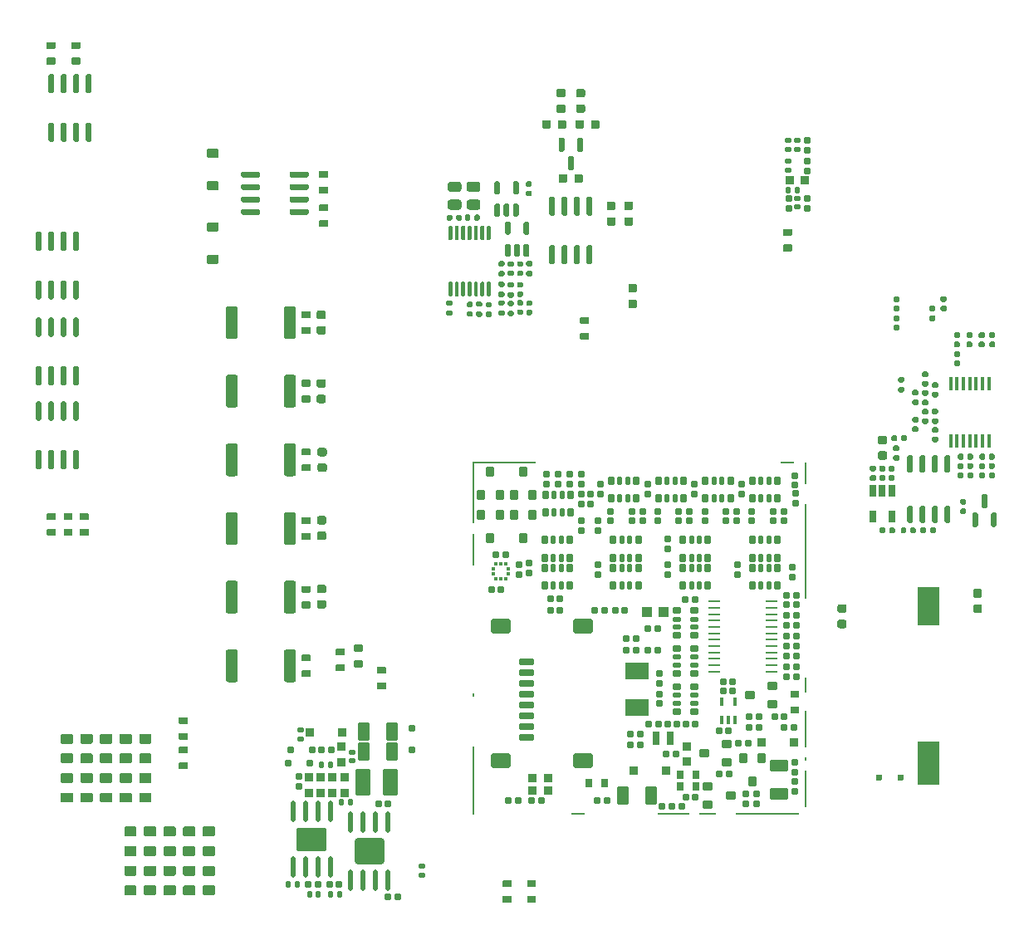
<source format=gbp>
G75*
G70*
%OFA0B0*%
%FSLAX25Y25*%
%IPPOS*%
%LPD*%
%AMOC8*
5,1,8,0,0,1.08239X$1,22.5*
%
%AMM11*
21,1,0.023620,0.018900,0.000000,0.000000,90.000000*
21,1,0.018900,0.023620,0.000000,0.000000,90.000000*
1,1,0.004720,0.009450,0.009450*
1,1,0.004720,0.009450,-0.009450*
1,1,0.004720,-0.009450,-0.009450*
1,1,0.004720,-0.009450,0.009450*
%
%AMM119*
21,1,0.023620,0.018900,0.000000,-0.000000,90.000000*
21,1,0.018900,0.023620,0.000000,-0.000000,90.000000*
1,1,0.004720,0.009450,0.009450*
1,1,0.004720,0.009450,-0.009450*
1,1,0.004720,-0.009450,-0.009450*
1,1,0.004720,-0.009450,0.009450*
%
%AMM12*
21,1,0.019680,0.019680,0.000000,0.000000,0.000000*
21,1,0.015750,0.023620,0.000000,0.000000,0.000000*
1,1,0.003940,0.007870,-0.009840*
1,1,0.003940,-0.007870,-0.009840*
1,1,0.003940,-0.007870,0.009840*
1,1,0.003940,0.007870,0.009840*
%
%AMM120*
21,1,0.019680,0.019680,0.000000,-0.000000,180.000000*
21,1,0.015750,0.023620,0.000000,-0.000000,180.000000*
1,1,0.003940,-0.007870,0.009840*
1,1,0.003940,0.007870,0.009840*
1,1,0.003940,0.007870,-0.009840*
1,1,0.003940,-0.007870,-0.009840*
%
%AMM121*
21,1,0.033470,0.026770,0.000000,-0.000000,180.000000*
21,1,0.026770,0.033470,0.000000,-0.000000,180.000000*
1,1,0.006690,-0.013390,0.013390*
1,1,0.006690,0.013390,0.013390*
1,1,0.006690,0.013390,-0.013390*
1,1,0.006690,-0.013390,-0.013390*
%
%AMM122*
21,1,0.019680,0.019680,0.000000,-0.000000,270.000000*
21,1,0.015750,0.023620,0.000000,-0.000000,270.000000*
1,1,0.003940,-0.009840,-0.007870*
1,1,0.003940,-0.009840,0.007870*
1,1,0.003940,0.009840,0.007870*
1,1,0.003940,0.009840,-0.007870*
%
%AMM13*
21,1,0.019680,0.019680,0.000000,0.000000,270.000000*
21,1,0.015750,0.023620,0.000000,0.000000,270.000000*
1,1,0.003940,-0.009840,-0.007870*
1,1,0.003940,-0.009840,0.007870*
1,1,0.003940,0.009840,0.007870*
1,1,0.003940,0.009840,-0.007870*
%
%AMM185*
21,1,0.025590,0.026380,-0.000000,-0.000000,90.000000*
21,1,0.020470,0.031500,-0.000000,-0.000000,90.000000*
1,1,0.005120,0.013190,0.010240*
1,1,0.005120,0.013190,-0.010240*
1,1,0.005120,-0.013190,-0.010240*
1,1,0.005120,-0.013190,0.010240*
%
%AMM186*
21,1,0.017720,0.027950,-0.000000,-0.000000,90.000000*
21,1,0.014170,0.031500,-0.000000,-0.000000,90.000000*
1,1,0.003540,0.013980,0.007090*
1,1,0.003540,0.013980,-0.007090*
1,1,0.003540,-0.013980,-0.007090*
1,1,0.003540,-0.013980,0.007090*
%
%AMM189*
21,1,0.027560,0.018900,-0.000000,-0.000000,270.000000*
21,1,0.022840,0.023620,-0.000000,-0.000000,270.000000*
1,1,0.004720,-0.009450,-0.011420*
1,1,0.004720,-0.009450,0.011420*
1,1,0.004720,0.009450,0.011420*
1,1,0.004720,0.009450,-0.011420*
%
%AMM191*
21,1,0.027560,0.018900,-0.000000,-0.000000,0.000000*
21,1,0.022840,0.023620,-0.000000,-0.000000,0.000000*
1,1,0.004720,0.011420,-0.009450*
1,1,0.004720,-0.011420,-0.009450*
1,1,0.004720,-0.011420,0.009450*
1,1,0.004720,0.011420,0.009450*
%
%AMM193*
21,1,0.035430,0.030320,-0.000000,-0.000000,90.000000*
21,1,0.028350,0.037400,-0.000000,-0.000000,90.000000*
1,1,0.007090,0.015160,0.014170*
1,1,0.007090,0.015160,-0.014170*
1,1,0.007090,-0.015160,-0.014170*
1,1,0.007090,-0.015160,0.014170*
%
%AMM196*
21,1,0.027560,0.030710,-0.000000,-0.000000,180.000000*
21,1,0.022050,0.036220,-0.000000,-0.000000,180.000000*
1,1,0.005510,-0.011020,0.015350*
1,1,0.005510,0.011020,0.015350*
1,1,0.005510,0.011020,-0.015350*
1,1,0.005510,-0.011020,-0.015350*
%
%AMM217*
21,1,0.033470,0.026770,-0.000000,-0.000000,270.000000*
21,1,0.026770,0.033470,-0.000000,-0.000000,270.000000*
1,1,0.006690,-0.013390,-0.013390*
1,1,0.006690,-0.013390,0.013390*
1,1,0.006690,0.013390,0.013390*
1,1,0.006690,0.013390,-0.013390*
%
%AMM218*
21,1,0.025590,0.026380,-0.000000,-0.000000,180.000000*
21,1,0.020470,0.031500,-0.000000,-0.000000,180.000000*
1,1,0.005120,-0.010240,0.013190*
1,1,0.005120,0.010240,0.013190*
1,1,0.005120,0.010240,-0.013190*
1,1,0.005120,-0.010240,-0.013190*
%
%AMM219*
21,1,0.017720,0.027950,-0.000000,-0.000000,180.000000*
21,1,0.014170,0.031500,-0.000000,-0.000000,180.000000*
1,1,0.003540,-0.007090,0.013980*
1,1,0.003540,0.007090,0.013980*
1,1,0.003540,0.007090,-0.013980*
1,1,0.003540,-0.007090,-0.013980*
%
%AMM220*
21,1,0.033470,0.026770,-0.000000,-0.000000,180.000000*
21,1,0.026770,0.033470,-0.000000,-0.000000,180.000000*
1,1,0.006690,-0.013390,0.013390*
1,1,0.006690,0.013390,0.013390*
1,1,0.006690,0.013390,-0.013390*
1,1,0.006690,-0.013390,-0.013390*
%
%AMM221*
21,1,0.078740,0.045670,-0.000000,-0.000000,0.000000*
21,1,0.067320,0.057090,-0.000000,-0.000000,0.000000*
1,1,0.011420,0.033660,-0.022840*
1,1,0.011420,-0.033660,-0.022840*
1,1,0.011420,-0.033660,0.022840*
1,1,0.011420,0.033660,0.022840*
%
%AMM222*
21,1,0.059060,0.020470,-0.000000,-0.000000,0.000000*
21,1,0.053940,0.025590,-0.000000,-0.000000,0.000000*
1,1,0.005120,0.026970,-0.010240*
1,1,0.005120,-0.026970,-0.010240*
1,1,0.005120,-0.026970,0.010240*
1,1,0.005120,0.026970,0.010240*
%
%AMM223*
21,1,0.035430,0.030320,-0.000000,-0.000000,0.000000*
21,1,0.028350,0.037400,-0.000000,-0.000000,0.000000*
1,1,0.007090,0.014170,-0.015160*
1,1,0.007090,-0.014170,-0.015160*
1,1,0.007090,-0.014170,0.015160*
1,1,0.007090,0.014170,0.015160*
%
%AMM224*
21,1,0.012600,0.028980,-0.000000,-0.000000,0.000000*
21,1,0.010080,0.031500,-0.000000,-0.000000,0.000000*
1,1,0.002520,0.005040,-0.014490*
1,1,0.002520,-0.005040,-0.014490*
1,1,0.002520,-0.005040,0.014490*
1,1,0.002520,0.005040,0.014490*
%
%AMM225*
21,1,0.070870,0.036220,-0.000000,-0.000000,180.000000*
21,1,0.061810,0.045280,-0.000000,-0.000000,180.000000*
1,1,0.009060,-0.030910,0.018110*
1,1,0.009060,0.030910,0.018110*
1,1,0.009060,0.030910,-0.018110*
1,1,0.009060,-0.030910,-0.018110*
%
%AMM226*
21,1,0.035830,0.026770,-0.000000,-0.000000,180.000000*
21,1,0.029130,0.033470,-0.000000,-0.000000,180.000000*
1,1,0.006690,-0.014570,0.013390*
1,1,0.006690,0.014570,0.013390*
1,1,0.006690,0.014570,-0.013390*
1,1,0.006690,-0.014570,-0.013390*
%
%AMM227*
21,1,0.027560,0.049610,-0.000000,-0.000000,180.000000*
21,1,0.022050,0.055120,-0.000000,-0.000000,180.000000*
1,1,0.005510,-0.011020,0.024800*
1,1,0.005510,0.011020,0.024800*
1,1,0.005510,0.011020,-0.024800*
1,1,0.005510,-0.011020,-0.024800*
%
%AMM228*
21,1,0.070870,0.036220,-0.000000,-0.000000,270.000000*
21,1,0.061810,0.045280,-0.000000,-0.000000,270.000000*
1,1,0.009060,-0.018110,-0.030910*
1,1,0.009060,-0.018110,0.030910*
1,1,0.009060,0.018110,0.030910*
1,1,0.009060,0.018110,-0.030910*
%
%AMM229*
21,1,0.027560,0.030710,-0.000000,-0.000000,270.000000*
21,1,0.022050,0.036220,-0.000000,-0.000000,270.000000*
1,1,0.005510,-0.015350,-0.011020*
1,1,0.005510,-0.015350,0.011020*
1,1,0.005510,0.015350,0.011020*
1,1,0.005510,0.015350,-0.011020*
%
%AMM27*
21,1,0.023620,0.018900,0.000000,0.000000,0.000000*
21,1,0.018900,0.023620,0.000000,0.000000,0.000000*
1,1,0.004720,0.009450,-0.009450*
1,1,0.004720,-0.009450,-0.009450*
1,1,0.004720,-0.009450,0.009450*
1,1,0.004720,0.009450,0.009450*
%
%AMM28*
21,1,0.106300,0.050390,0.000000,0.000000,90.000000*
21,1,0.093700,0.062990,0.000000,0.000000,90.000000*
1,1,0.012600,0.025200,0.046850*
1,1,0.012600,0.025200,-0.046850*
1,1,0.012600,-0.025200,-0.046850*
1,1,0.012600,-0.025200,0.046850*
%
%AMM29*
21,1,0.033470,0.026770,0.000000,0.000000,270.000000*
21,1,0.026770,0.033470,0.000000,0.000000,270.000000*
1,1,0.006690,-0.013390,-0.013390*
1,1,0.006690,-0.013390,0.013390*
1,1,0.006690,0.013390,0.013390*
1,1,0.006690,0.013390,-0.013390*
%
%AMM30*
21,1,0.122050,0.075590,0.000000,0.000000,180.000000*
21,1,0.103150,0.094490,0.000000,0.000000,180.000000*
1,1,0.018900,-0.051580,0.037800*
1,1,0.018900,0.051580,0.037800*
1,1,0.018900,0.051580,-0.037800*
1,1,0.018900,-0.051580,-0.037800*
%
%AMM31*
21,1,0.118110,0.083460,0.000000,0.000000,0.000000*
21,1,0.097240,0.104330,0.000000,0.000000,0.000000*
1,1,0.020870,0.048620,-0.041730*
1,1,0.020870,-0.048620,-0.041730*
1,1,0.020870,-0.048620,0.041730*
1,1,0.020870,0.048620,0.041730*
%
%AMM7*
21,1,0.035830,0.026770,0.000000,0.000000,0.000000*
21,1,0.029130,0.033470,0.000000,0.000000,0.000000*
1,1,0.006690,0.014570,-0.013390*
1,1,0.006690,-0.014570,-0.013390*
1,1,0.006690,-0.014570,0.013390*
1,1,0.006690,0.014570,0.013390*
%
%AMM8*
21,1,0.070870,0.036220,0.000000,0.000000,90.000000*
21,1,0.061810,0.045280,0.000000,0.000000,90.000000*
1,1,0.009060,0.018110,0.030910*
1,1,0.009060,0.018110,-0.030910*
1,1,0.009060,-0.018110,-0.030910*
1,1,0.009060,-0.018110,0.030910*
%
%ADD109M7*%
%ADD110M8*%
%ADD113M11*%
%ADD114M12*%
%ADD115M13*%
%ADD133M27*%
%ADD134M28*%
%ADD135M29*%
%ADD136O,0.01968X0.08661*%
%ADD137M30*%
%ADD138M31*%
%ADD238R,0.01378X0.01476*%
%ADD241O,0.04961X0.00984*%
%ADD243R,0.09449X0.06693*%
%ADD244R,0.01476X0.01378*%
%ADD246R,0.03937X0.04331*%
%ADD301M119*%
%ADD302M120*%
%ADD303M121*%
%ADD304M122*%
%ADD315R,0.01772X0.05709*%
%ADD316R,0.02559X0.04803*%
%ADD395M185*%
%ADD396M186*%
%ADD399M189*%
%ADD401M191*%
%ADD403M193*%
%ADD406M196*%
%ADD427M217*%
%ADD428M218*%
%ADD429M219*%
%ADD430M220*%
%ADD431M221*%
%ADD432M222*%
%ADD433M223*%
%ADD434M224*%
%ADD435M225*%
%ADD436M226*%
%ADD437M227*%
%ADD438M228*%
%ADD439M229*%
%ADD56R,0.00787X0.14567*%
%ADD57R,0.00787X0.01575*%
%ADD58R,0.00787X0.06299*%
%ADD59R,0.00787X0.38189*%
%ADD60R,0.00787X0.09055*%
%ADD61R,0.05512X0.00787*%
%ADD62R,0.25197X0.00787*%
%ADD63R,0.06693X0.00787*%
%ADD64R,0.12992X0.00787*%
%ADD65R,0.00787X0.27559*%
%ADD66R,0.00787X0.12992*%
%ADD67R,0.00787X0.24803*%
%ADD98R,0.09055X0.17323*%
%ADD99R,0.09055X0.15748*%
X0000000Y0000000D02*
%LPD*%
G01*
G36*
G01*
X0344803Y0319910D02*
X0345984Y0319910D01*
G75*
G02*
X0346575Y0319319I0000000J-000591D01*
G01*
X0346575Y0314693D01*
G75*
G02*
X0345984Y0314103I-000591J0000000D01*
G01*
X0344803Y0314103D01*
G75*
G02*
X0344212Y0314693I0000000J0000591D01*
G01*
X0344212Y0319319D01*
G75*
G02*
X0344803Y0319910I0000591J0000000D01*
G01*
G37*
G36*
G01*
X0352283Y0319910D02*
X0353464Y0319910D01*
G75*
G02*
X0354055Y0319319I0000000J-000591D01*
G01*
X0354055Y0314693D01*
G75*
G02*
X0353464Y0314103I-000591J0000000D01*
G01*
X0352283Y0314103D01*
G75*
G02*
X0351693Y0314693I0000000J0000591D01*
G01*
X0351693Y0319319D01*
G75*
G02*
X0352283Y0319910I0000591J0000000D01*
G01*
G37*
G36*
G01*
X0348543Y0312528D02*
X0349724Y0312528D01*
G75*
G02*
X0350315Y0311937I0000000J-000591D01*
G01*
X0350315Y0307311D01*
G75*
G02*
X0349724Y0306721I-000591J0000000D01*
G01*
X0348543Y0306721D01*
G75*
G02*
X0347953Y0307311I0000000J0000591D01*
G01*
X0347953Y0311937D01*
G75*
G02*
X0348543Y0312528I0000591J0000000D01*
G01*
G37*
G36*
G01*
X0180433Y0052992D02*
X0176299Y0052992D01*
G75*
G02*
X0175905Y0053386I0000000J0000394D01*
G01*
X0175905Y0056536D01*
G75*
G02*
X0176299Y0056930I0000394J0000000D01*
G01*
X0180433Y0056930D01*
G75*
G02*
X0180827Y0056536I0000000J-000394D01*
G01*
X0180827Y0053386D01*
G75*
G02*
X0180433Y0052992I-000394J0000000D01*
G01*
G37*
G36*
G01*
X0180433Y0060867D02*
X0176299Y0060867D01*
G75*
G02*
X0175905Y0061260I0000000J0000394D01*
G01*
X0175905Y0064410D01*
G75*
G02*
X0176299Y0064804I0000394J0000000D01*
G01*
X0180433Y0064804D01*
G75*
G02*
X0180827Y0064410I0000000J-000394D01*
G01*
X0180827Y0061260D01*
G75*
G02*
X0180433Y0060867I-000394J0000000D01*
G01*
G37*
G36*
G01*
X0372598Y0261083D02*
X0375275Y0261083D01*
G75*
G02*
X0375610Y0260748I0000000J-000335D01*
G01*
X0375610Y0258071D01*
G75*
G02*
X0375275Y0257737I-000335J0000000D01*
G01*
X0372598Y0257737D01*
G75*
G02*
X0372264Y0258071I0000000J0000335D01*
G01*
X0372264Y0260748D01*
G75*
G02*
X0372598Y0261083I0000335J0000000D01*
G01*
G37*
G36*
G01*
X0372598Y0254863D02*
X0375275Y0254863D01*
G75*
G02*
X0375610Y0254528I0000000J-000335D01*
G01*
X0375610Y0251851D01*
G75*
G02*
X0375275Y0251516I-000335J0000000D01*
G01*
X0372598Y0251516D01*
G75*
G02*
X0372264Y0251851I0000000J0000335D01*
G01*
X0372264Y0254528D01*
G75*
G02*
X0372598Y0254863I0000335J0000000D01*
G01*
G37*
G36*
G01*
X0207441Y0298819D02*
X0203425Y0298819D01*
G75*
G02*
X0203071Y0299174I0000000J0000354D01*
G01*
X0203071Y0302008D01*
G75*
G02*
X0203425Y0302363I0000354J0000000D01*
G01*
X0207441Y0302363D01*
G75*
G02*
X0207795Y0302008I0000000J-000354D01*
G01*
X0207795Y0299174D01*
G75*
G02*
X0207441Y0298819I-000354J0000000D01*
G01*
G37*
G36*
G01*
X0207441Y0311811D02*
X0203425Y0311811D01*
G75*
G02*
X0203071Y0312166I0000000J0000354D01*
G01*
X0203071Y0315000D01*
G75*
G02*
X0203425Y0315355I0000354J0000000D01*
G01*
X0207441Y0315355D01*
G75*
G02*
X0207795Y0315000I0000000J-000354D01*
G01*
X0207795Y0312166D01*
G75*
G02*
X0207441Y0311811I-000354J0000000D01*
G01*
G37*
D98*
X0492834Y0068898D03*
D99*
X0492834Y0131890D03*
G36*
G01*
X0134941Y0247638D02*
X0136122Y0247638D01*
G75*
G02*
X0136712Y0247048I0000000J-000591D01*
G01*
X0136712Y0240552D01*
G75*
G02*
X0136122Y0239961I-000591J0000000D01*
G01*
X0134941Y0239961D01*
G75*
G02*
X0134350Y0240552I0000000J0000591D01*
G01*
X0134350Y0247048D01*
G75*
G02*
X0134941Y0247638I0000591J0000000D01*
G01*
G37*
G36*
G01*
X0139941Y0247638D02*
X0141122Y0247638D01*
G75*
G02*
X0141712Y0247048I0000000J-000591D01*
G01*
X0141712Y0240552D01*
G75*
G02*
X0141122Y0239961I-000591J0000000D01*
G01*
X0139941Y0239961D01*
G75*
G02*
X0139350Y0240552I0000000J0000591D01*
G01*
X0139350Y0247048D01*
G75*
G02*
X0139941Y0247638I0000591J0000000D01*
G01*
G37*
G36*
G01*
X0144941Y0247638D02*
X0146122Y0247638D01*
G75*
G02*
X0146712Y0247048I0000000J-000591D01*
G01*
X0146712Y0240552D01*
G75*
G02*
X0146122Y0239961I-000591J0000000D01*
G01*
X0144941Y0239961D01*
G75*
G02*
X0144350Y0240552I0000000J0000591D01*
G01*
X0144350Y0247048D01*
G75*
G02*
X0144941Y0247638I0000591J0000000D01*
G01*
G37*
G36*
G01*
X0149941Y0247638D02*
X0151122Y0247638D01*
G75*
G02*
X0151712Y0247048I0000000J-000591D01*
G01*
X0151712Y0240552D01*
G75*
G02*
X0151122Y0239961I-000591J0000000D01*
G01*
X0149941Y0239961D01*
G75*
G02*
X0149350Y0240552I0000000J0000591D01*
G01*
X0149350Y0247048D01*
G75*
G02*
X0149941Y0247638I0000591J0000000D01*
G01*
G37*
G36*
G01*
X0149941Y0228150D02*
X0151122Y0228150D01*
G75*
G02*
X0151712Y0227559I0000000J-000591D01*
G01*
X0151712Y0221063D01*
G75*
G02*
X0151122Y0220473I-000591J0000000D01*
G01*
X0149941Y0220473D01*
G75*
G02*
X0149350Y0221063I0000000J0000591D01*
G01*
X0149350Y0227559D01*
G75*
G02*
X0149941Y0228150I0000591J0000000D01*
G01*
G37*
G36*
G01*
X0144941Y0228150D02*
X0146122Y0228150D01*
G75*
G02*
X0146712Y0227559I0000000J-000591D01*
G01*
X0146712Y0221063D01*
G75*
G02*
X0146122Y0220473I-000591J0000000D01*
G01*
X0144941Y0220473D01*
G75*
G02*
X0144350Y0221063I0000000J0000591D01*
G01*
X0144350Y0227559D01*
G75*
G02*
X0144941Y0228150I0000591J0000000D01*
G01*
G37*
G36*
G01*
X0139941Y0228150D02*
X0141122Y0228150D01*
G75*
G02*
X0141712Y0227559I0000000J-000591D01*
G01*
X0141712Y0221063D01*
G75*
G02*
X0141122Y0220473I-000591J0000000D01*
G01*
X0139941Y0220473D01*
G75*
G02*
X0139350Y0221063I0000000J0000591D01*
G01*
X0139350Y0227559D01*
G75*
G02*
X0139941Y0228150I0000591J0000000D01*
G01*
G37*
G36*
G01*
X0134941Y0228150D02*
X0136122Y0228150D01*
G75*
G02*
X0136712Y0227559I0000000J-000591D01*
G01*
X0136712Y0221063D01*
G75*
G02*
X0136122Y0220473I-000591J0000000D01*
G01*
X0134941Y0220473D01*
G75*
G02*
X0134350Y0221063I0000000J0000591D01*
G01*
X0134350Y0227559D01*
G75*
G02*
X0134941Y0228150I0000591J0000000D01*
G01*
G37*
G36*
G01*
X0142205Y0160040D02*
X0139134Y0160040D01*
G75*
G02*
X0138858Y0160315I0000000J0000276D01*
G01*
X0138858Y0162520D01*
G75*
G02*
X0139134Y0162796I0000276J0000000D01*
G01*
X0142205Y0162796D01*
G75*
G02*
X0142480Y0162520I0000000J-000276D01*
G01*
X0142480Y0160315D01*
G75*
G02*
X0142205Y0160040I-000276J0000000D01*
G01*
G37*
G36*
G01*
X0142205Y0166339D02*
X0139134Y0166339D01*
G75*
G02*
X0138858Y0166615I0000000J0000276D01*
G01*
X0138858Y0168819D01*
G75*
G02*
X0139134Y0169095I0000276J0000000D01*
G01*
X0142205Y0169095D01*
G75*
G02*
X0142480Y0168819I0000000J-000276D01*
G01*
X0142480Y0166615D01*
G75*
G02*
X0142205Y0166339I-000276J0000000D01*
G01*
G37*
G36*
G01*
X0360571Y0326536D02*
X0360571Y0323859D01*
G75*
G02*
X0360236Y0323524I-000335J0000000D01*
G01*
X0357559Y0323524D01*
G75*
G02*
X0357224Y0323859I0000000J0000335D01*
G01*
X0357224Y0326536D01*
G75*
G02*
X0357559Y0326870I0000335J0000000D01*
G01*
X0360236Y0326870D01*
G75*
G02*
X0360571Y0326536I0000000J-000335D01*
G01*
G37*
G36*
G01*
X0354350Y0326536D02*
X0354350Y0323859D01*
G75*
G02*
X0354016Y0323524I-000335J0000000D01*
G01*
X0351338Y0323524D01*
G75*
G02*
X0351004Y0323859I0000000J0000335D01*
G01*
X0351004Y0326536D01*
G75*
G02*
X0351338Y0326870I0000335J0000000D01*
G01*
X0354016Y0326870D01*
G75*
G02*
X0354350Y0326536I0000000J-000335D01*
G01*
G37*
G36*
G01*
X0156811Y0052992D02*
X0152677Y0052992D01*
G75*
G02*
X0152283Y0053386I0000000J0000394D01*
G01*
X0152283Y0056536D01*
G75*
G02*
X0152677Y0056930I0000394J0000000D01*
G01*
X0156811Y0056930D01*
G75*
G02*
X0157205Y0056536I0000000J-000394D01*
G01*
X0157205Y0053386D01*
G75*
G02*
X0156811Y0052992I-000394J0000000D01*
G01*
G37*
G36*
G01*
X0156811Y0060867D02*
X0152677Y0060867D01*
G75*
G02*
X0152283Y0061260I0000000J0000394D01*
G01*
X0152283Y0064410D01*
G75*
G02*
X0152677Y0064804I0000394J0000000D01*
G01*
X0156811Y0064804D01*
G75*
G02*
X0157205Y0064410I0000000J-000394D01*
G01*
X0157205Y0061260D01*
G75*
G02*
X0156811Y0060867I-000394J0000000D01*
G01*
G37*
G36*
G01*
X0511181Y0138642D02*
X0513858Y0138642D01*
G75*
G02*
X0514193Y0138307I0000000J-000335D01*
G01*
X0514193Y0135630D01*
G75*
G02*
X0513858Y0135296I-000335J0000000D01*
G01*
X0511181Y0135296D01*
G75*
G02*
X0510846Y0135630I0000000J0000335D01*
G01*
X0510846Y0138307D01*
G75*
G02*
X0511181Y0138642I0000335J0000000D01*
G01*
G37*
G36*
G01*
X0511181Y0132422D02*
X0513858Y0132422D01*
G75*
G02*
X0514193Y0132087I0000000J-000335D01*
G01*
X0514193Y0129410D01*
G75*
G02*
X0513858Y0129075I-000335J0000000D01*
G01*
X0511181Y0129075D01*
G75*
G02*
X0510846Y0129410I0000000J0000335D01*
G01*
X0510846Y0132087D01*
G75*
G02*
X0511181Y0132422I0000335J0000000D01*
G01*
G37*
G36*
G01*
X0344350Y0302134D02*
X0344350Y0304811D01*
G75*
G02*
X0344685Y0305146I0000335J0000000D01*
G01*
X0347362Y0305146D01*
G75*
G02*
X0347697Y0304811I0000000J-000335D01*
G01*
X0347697Y0302134D01*
G75*
G02*
X0347362Y0301800I-000335J0000000D01*
G01*
X0344685Y0301800D01*
G75*
G02*
X0344350Y0302134I0000000J0000335D01*
G01*
G37*
G36*
G01*
X0350571Y0302134D02*
X0350571Y0304811D01*
G75*
G02*
X0350905Y0305146I0000335J0000000D01*
G01*
X0353582Y0305146D01*
G75*
G02*
X0353917Y0304811I0000000J-000335D01*
G01*
X0353917Y0302134D01*
G75*
G02*
X0353582Y0301800I-000335J0000000D01*
G01*
X0350905Y0301800D01*
G75*
G02*
X0350571Y0302134I0000000J0000335D01*
G01*
G37*
G36*
G01*
X0155393Y0160040D02*
X0152323Y0160040D01*
G75*
G02*
X0152047Y0160315I0000000J0000276D01*
G01*
X0152047Y0162520D01*
G75*
G02*
X0152323Y0162796I0000276J0000000D01*
G01*
X0155393Y0162796D01*
G75*
G02*
X0155669Y0162520I0000000J-000276D01*
G01*
X0155669Y0160315D01*
G75*
G02*
X0155393Y0160040I-000276J0000000D01*
G01*
G37*
G36*
G01*
X0155393Y0166339D02*
X0152323Y0166339D01*
G75*
G02*
X0152047Y0166615I0000000J0000276D01*
G01*
X0152047Y0168819D01*
G75*
G02*
X0152323Y0169095I0000276J0000000D01*
G01*
X0155393Y0169095D01*
G75*
G02*
X0155669Y0168819I0000000J-000276D01*
G01*
X0155669Y0166615D01*
G75*
G02*
X0155393Y0166339I-000276J0000000D01*
G01*
G37*
G36*
G01*
X0193917Y0043307D02*
X0198051Y0043307D01*
G75*
G02*
X0198445Y0042914I0000000J-000394D01*
G01*
X0198445Y0039764D01*
G75*
G02*
X0198051Y0039370I-000394J0000000D01*
G01*
X0193917Y0039370D01*
G75*
G02*
X0193523Y0039764I0000000J0000394D01*
G01*
X0193523Y0042914D01*
G75*
G02*
X0193917Y0043307I0000394J0000000D01*
G01*
G37*
G36*
G01*
X0193917Y0035433D02*
X0198051Y0035433D01*
G75*
G02*
X0198445Y0035040I0000000J-000394D01*
G01*
X0198445Y0031890D01*
G75*
G02*
X0198051Y0031496I-000394J0000000D01*
G01*
X0193917Y0031496D01*
G75*
G02*
X0193523Y0031890I0000000J0000394D01*
G01*
X0193523Y0035040D01*
G75*
G02*
X0193917Y0035433I0000394J0000000D01*
G01*
G37*
G36*
G01*
X0238799Y0251280D02*
X0238799Y0240059D01*
G75*
G02*
X0237815Y0239075I-000984J0000000D01*
G01*
X0234960Y0239075D01*
G75*
G02*
X0233976Y0240059I0000000J0000984D01*
G01*
X0233976Y0251280D01*
G75*
G02*
X0234960Y0252264I0000984J0000000D01*
G01*
X0237815Y0252264D01*
G75*
G02*
X0238799Y0251280I0000000J-000984D01*
G01*
G37*
G36*
G01*
X0215472Y0251280D02*
X0215472Y0240059D01*
G75*
G02*
X0214488Y0239075I-000984J0000000D01*
G01*
X0211634Y0239075D01*
G75*
G02*
X0210649Y0240059I0000000J0000984D01*
G01*
X0210649Y0251280D01*
G75*
G02*
X0211634Y0252264I0000984J0000000D01*
G01*
X0214488Y0252264D01*
G75*
G02*
X0215472Y0251280I0000000J-000984D01*
G01*
G37*
G36*
G01*
X0160551Y0080552D02*
X0164685Y0080552D01*
G75*
G02*
X0165079Y0080158I0000000J-000394D01*
G01*
X0165079Y0077008D01*
G75*
G02*
X0164685Y0076615I-000394J0000000D01*
G01*
X0160551Y0076615D01*
G75*
G02*
X0160157Y0077008I0000000J0000394D01*
G01*
X0160157Y0080158D01*
G75*
G02*
X0160551Y0080552I0000394J0000000D01*
G01*
G37*
G36*
G01*
X0160551Y0072678D02*
X0164685Y0072678D01*
G75*
G02*
X0165079Y0072284I0000000J-000394D01*
G01*
X0165079Y0069134D01*
G75*
G02*
X0164685Y0068741I-000394J0000000D01*
G01*
X0160551Y0068741D01*
G75*
G02*
X0160157Y0069134I0000000J0000394D01*
G01*
X0160157Y0072284D01*
G75*
G02*
X0160551Y0072678I0000394J0000000D01*
G01*
G37*
G36*
G01*
X0205925Y0015748D02*
X0201791Y0015748D01*
G75*
G02*
X0201397Y0016142I0000000J0000394D01*
G01*
X0201397Y0019292D01*
G75*
G02*
X0201791Y0019685I0000394J0000000D01*
G01*
X0205925Y0019685D01*
G75*
G02*
X0206319Y0019292I0000000J-000394D01*
G01*
X0206319Y0016142D01*
G75*
G02*
X0205925Y0015748I-000394J0000000D01*
G01*
G37*
G36*
G01*
X0205925Y0023622D02*
X0201791Y0023622D01*
G75*
G02*
X0201397Y0024016I0000000J0000394D01*
G01*
X0201397Y0027166D01*
G75*
G02*
X0201791Y0027559I0000394J0000000D01*
G01*
X0205925Y0027559D01*
G75*
G02*
X0206319Y0027166I0000000J-000394D01*
G01*
X0206319Y0024016D01*
G75*
G02*
X0205925Y0023622I-000394J0000000D01*
G01*
G37*
G36*
G01*
X0341043Y0296260D02*
X0342224Y0296260D01*
G75*
G02*
X0342815Y0295670I0000000J-000591D01*
G01*
X0342815Y0289174D01*
G75*
G02*
X0342224Y0288583I-000591J0000000D01*
G01*
X0341043Y0288583D01*
G75*
G02*
X0340453Y0289174I0000000J0000591D01*
G01*
X0340453Y0295670D01*
G75*
G02*
X0341043Y0296260I0000591J0000000D01*
G01*
G37*
G36*
G01*
X0346043Y0296260D02*
X0347224Y0296260D01*
G75*
G02*
X0347815Y0295670I0000000J-000591D01*
G01*
X0347815Y0289174D01*
G75*
G02*
X0347224Y0288583I-000591J0000000D01*
G01*
X0346043Y0288583D01*
G75*
G02*
X0345453Y0289174I0000000J0000591D01*
G01*
X0345453Y0295670D01*
G75*
G02*
X0346043Y0296260I0000591J0000000D01*
G01*
G37*
G36*
G01*
X0351043Y0296260D02*
X0352224Y0296260D01*
G75*
G02*
X0352815Y0295670I0000000J-000591D01*
G01*
X0352815Y0289174D01*
G75*
G02*
X0352224Y0288583I-000591J0000000D01*
G01*
X0351043Y0288583D01*
G75*
G02*
X0350453Y0289174I0000000J0000591D01*
G01*
X0350453Y0295670D01*
G75*
G02*
X0351043Y0296260I0000591J0000000D01*
G01*
G37*
G36*
G01*
X0356043Y0296260D02*
X0357224Y0296260D01*
G75*
G02*
X0357815Y0295670I0000000J-000591D01*
G01*
X0357815Y0289174D01*
G75*
G02*
X0357224Y0288583I-000591J0000000D01*
G01*
X0356043Y0288583D01*
G75*
G02*
X0355453Y0289174I0000000J0000591D01*
G01*
X0355453Y0295670D01*
G75*
G02*
X0356043Y0296260I0000591J0000000D01*
G01*
G37*
G36*
G01*
X0356043Y0276772D02*
X0357224Y0276772D01*
G75*
G02*
X0357815Y0276181I0000000J-000591D01*
G01*
X0357815Y0269685D01*
G75*
G02*
X0357224Y0269095I-000591J0000000D01*
G01*
X0356043Y0269095D01*
G75*
G02*
X0355453Y0269685I0000000J0000591D01*
G01*
X0355453Y0276181D01*
G75*
G02*
X0356043Y0276772I0000591J0000000D01*
G01*
G37*
G36*
G01*
X0351043Y0276772D02*
X0352224Y0276772D01*
G75*
G02*
X0352815Y0276181I0000000J-000591D01*
G01*
X0352815Y0269685D01*
G75*
G02*
X0352224Y0269095I-000591J0000000D01*
G01*
X0351043Y0269095D01*
G75*
G02*
X0350453Y0269685I0000000J0000591D01*
G01*
X0350453Y0276181D01*
G75*
G02*
X0351043Y0276772I0000591J0000000D01*
G01*
G37*
G36*
G01*
X0346043Y0276772D02*
X0347224Y0276772D01*
G75*
G02*
X0347815Y0276181I0000000J-000591D01*
G01*
X0347815Y0269685D01*
G75*
G02*
X0347224Y0269095I-000591J0000000D01*
G01*
X0346043Y0269095D01*
G75*
G02*
X0345453Y0269685I0000000J0000591D01*
G01*
X0345453Y0276181D01*
G75*
G02*
X0346043Y0276772I0000591J0000000D01*
G01*
G37*
G36*
G01*
X0341043Y0276772D02*
X0342224Y0276772D01*
G75*
G02*
X0342815Y0276181I0000000J-000591D01*
G01*
X0342815Y0269685D01*
G75*
G02*
X0342224Y0269095I-000591J0000000D01*
G01*
X0341043Y0269095D01*
G75*
G02*
X0340453Y0269685I0000000J0000591D01*
G01*
X0340453Y0276181D01*
G75*
G02*
X0341043Y0276772I0000591J0000000D01*
G01*
G37*
G36*
G01*
X0144803Y0080552D02*
X0148937Y0080552D01*
G75*
G02*
X0149330Y0080158I0000000J-000394D01*
G01*
X0149330Y0077008D01*
G75*
G02*
X0148937Y0076615I-000394J0000000D01*
G01*
X0144803Y0076615D01*
G75*
G02*
X0144409Y0077008I0000000J0000394D01*
G01*
X0144409Y0080158D01*
G75*
G02*
X0144803Y0080552I0000394J0000000D01*
G01*
G37*
G36*
G01*
X0144803Y0072678D02*
X0148937Y0072678D01*
G75*
G02*
X0149330Y0072284I0000000J-000394D01*
G01*
X0149330Y0069134D01*
G75*
G02*
X0148937Y0068741I-000394J0000000D01*
G01*
X0144803Y0068741D01*
G75*
G02*
X0144409Y0069134I0000000J0000394D01*
G01*
X0144409Y0072284D01*
G75*
G02*
X0144803Y0072678I0000394J0000000D01*
G01*
G37*
G36*
G01*
X0238799Y0168603D02*
X0238799Y0157382D01*
G75*
G02*
X0237815Y0156398I-000984J0000000D01*
G01*
X0234960Y0156398D01*
G75*
G02*
X0233976Y0157382I0000000J0000984D01*
G01*
X0233976Y0168603D01*
G75*
G02*
X0234960Y0169587I0000984J0000000D01*
G01*
X0237815Y0169587D01*
G75*
G02*
X0238799Y0168603I0000000J-000984D01*
G01*
G37*
G36*
G01*
X0215472Y0168603D02*
X0215472Y0157382D01*
G75*
G02*
X0214488Y0156398I-000984J0000000D01*
G01*
X0211634Y0156398D01*
G75*
G02*
X0210649Y0157382I0000000J0000984D01*
G01*
X0210649Y0168603D01*
G75*
G02*
X0211634Y0169587I0000984J0000000D01*
G01*
X0214488Y0169587D01*
G75*
G02*
X0215472Y0168603I0000000J-000984D01*
G01*
G37*
G36*
G01*
X0134941Y0213977D02*
X0136122Y0213977D01*
G75*
G02*
X0136712Y0213386I0000000J-000591D01*
G01*
X0136712Y0206890D01*
G75*
G02*
X0136122Y0206300I-000591J0000000D01*
G01*
X0134941Y0206300D01*
G75*
G02*
X0134350Y0206890I0000000J0000591D01*
G01*
X0134350Y0213386D01*
G75*
G02*
X0134941Y0213977I0000591J0000000D01*
G01*
G37*
G36*
G01*
X0139941Y0213977D02*
X0141122Y0213977D01*
G75*
G02*
X0141712Y0213386I0000000J-000591D01*
G01*
X0141712Y0206890D01*
G75*
G02*
X0141122Y0206300I-000591J0000000D01*
G01*
X0139941Y0206300D01*
G75*
G02*
X0139350Y0206890I0000000J0000591D01*
G01*
X0139350Y0213386D01*
G75*
G02*
X0139941Y0213977I0000591J0000000D01*
G01*
G37*
G36*
G01*
X0144941Y0213977D02*
X0146122Y0213977D01*
G75*
G02*
X0146712Y0213386I0000000J-000591D01*
G01*
X0146712Y0206890D01*
G75*
G02*
X0146122Y0206300I-000591J0000000D01*
G01*
X0144941Y0206300D01*
G75*
G02*
X0144350Y0206890I0000000J0000591D01*
G01*
X0144350Y0213386D01*
G75*
G02*
X0144941Y0213977I0000591J0000000D01*
G01*
G37*
G36*
G01*
X0149941Y0213977D02*
X0151122Y0213977D01*
G75*
G02*
X0151712Y0213386I0000000J-000591D01*
G01*
X0151712Y0206890D01*
G75*
G02*
X0151122Y0206300I-000591J0000000D01*
G01*
X0149941Y0206300D01*
G75*
G02*
X0149350Y0206890I0000000J0000591D01*
G01*
X0149350Y0213386D01*
G75*
G02*
X0149941Y0213977I0000591J0000000D01*
G01*
G37*
G36*
G01*
X0149941Y0194489D02*
X0151122Y0194489D01*
G75*
G02*
X0151712Y0193898I0000000J-000591D01*
G01*
X0151712Y0187402D01*
G75*
G02*
X0151122Y0186811I-000591J0000000D01*
G01*
X0149941Y0186811D01*
G75*
G02*
X0149350Y0187402I0000000J0000591D01*
G01*
X0149350Y0193898D01*
G75*
G02*
X0149941Y0194489I0000591J0000000D01*
G01*
G37*
G36*
G01*
X0144941Y0194489D02*
X0146122Y0194489D01*
G75*
G02*
X0146712Y0193898I0000000J-000591D01*
G01*
X0146712Y0187402D01*
G75*
G02*
X0146122Y0186811I-000591J0000000D01*
G01*
X0144941Y0186811D01*
G75*
G02*
X0144350Y0187402I0000000J0000591D01*
G01*
X0144350Y0193898D01*
G75*
G02*
X0144941Y0194489I0000591J0000000D01*
G01*
G37*
G36*
G01*
X0139941Y0194489D02*
X0141122Y0194489D01*
G75*
G02*
X0141712Y0193898I0000000J-000591D01*
G01*
X0141712Y0187402D01*
G75*
G02*
X0141122Y0186811I-000591J0000000D01*
G01*
X0139941Y0186811D01*
G75*
G02*
X0139350Y0187402I0000000J0000591D01*
G01*
X0139350Y0193898D01*
G75*
G02*
X0139941Y0194489I0000591J0000000D01*
G01*
G37*
G36*
G01*
X0134941Y0194489D02*
X0136122Y0194489D01*
G75*
G02*
X0136712Y0193898I0000000J-000591D01*
G01*
X0136712Y0187402D01*
G75*
G02*
X0136122Y0186811I-000591J0000000D01*
G01*
X0134941Y0186811D01*
G75*
G02*
X0134350Y0187402I0000000J0000591D01*
G01*
X0134350Y0193898D01*
G75*
G02*
X0134941Y0194489I0000591J0000000D01*
G01*
G37*
G36*
G01*
X0366614Y0284587D02*
X0363937Y0284587D01*
G75*
G02*
X0363602Y0284922I0000000J0000335D01*
G01*
X0363602Y0287599D01*
G75*
G02*
X0363937Y0287933I0000335J0000000D01*
G01*
X0366614Y0287933D01*
G75*
G02*
X0366949Y0287599I0000000J-000335D01*
G01*
X0366949Y0284922D01*
G75*
G02*
X0366614Y0284587I-000335J0000000D01*
G01*
G37*
G36*
G01*
X0366614Y0290807D02*
X0363937Y0290807D01*
G75*
G02*
X0363602Y0291142I0000000J0000335D01*
G01*
X0363602Y0293819D01*
G75*
G02*
X0363937Y0294154I0000335J0000000D01*
G01*
X0366614Y0294154D01*
G75*
G02*
X0366949Y0293819I0000000J-000335D01*
G01*
X0366949Y0291142D01*
G75*
G02*
X0366614Y0290807I-000335J0000000D01*
G01*
G37*
G36*
G01*
X0248125Y0140453D02*
X0250143Y0140453D01*
G75*
G02*
X0251004Y0139592I0000000J-000861D01*
G01*
X0251004Y0137869D01*
G75*
G02*
X0250143Y0137008I-000861J0000000D01*
G01*
X0248125Y0137008D01*
G75*
G02*
X0247264Y0137869I0000000J0000861D01*
G01*
X0247264Y0139592D01*
G75*
G02*
X0248125Y0140453I0000861J0000000D01*
G01*
G37*
G36*
G01*
X0248125Y0134252D02*
X0250143Y0134252D01*
G75*
G02*
X0251004Y0133391I0000000J-000861D01*
G01*
X0251004Y0131669D01*
G75*
G02*
X0250143Y0130807I-000861J0000000D01*
G01*
X0248125Y0130807D01*
G75*
G02*
X0247264Y0131669I0000000J0000861D01*
G01*
X0247264Y0133391D01*
G75*
G02*
X0248125Y0134252I0000861J0000000D01*
G01*
G37*
G36*
G01*
X0170295Y0043307D02*
X0174429Y0043307D01*
G75*
G02*
X0174823Y0042914I0000000J-000394D01*
G01*
X0174823Y0039764D01*
G75*
G02*
X0174429Y0039370I-000394J0000000D01*
G01*
X0170295Y0039370D01*
G75*
G02*
X0169901Y0039764I0000000J0000394D01*
G01*
X0169901Y0042914D01*
G75*
G02*
X0170295Y0043307I0000394J0000000D01*
G01*
G37*
G36*
G01*
X0170295Y0035433D02*
X0174429Y0035433D01*
G75*
G02*
X0174823Y0035040I0000000J-000394D01*
G01*
X0174823Y0031890D01*
G75*
G02*
X0174429Y0031496I-000394J0000000D01*
G01*
X0170295Y0031496D01*
G75*
G02*
X0169901Y0031890I0000000J0000394D01*
G01*
X0169901Y0035040D01*
G75*
G02*
X0170295Y0035433I0000394J0000000D01*
G01*
G37*
G36*
G01*
X0174429Y0015748D02*
X0170295Y0015748D01*
G75*
G02*
X0169901Y0016142I0000000J0000394D01*
G01*
X0169901Y0019292D01*
G75*
G02*
X0170295Y0019685I0000394J0000000D01*
G01*
X0174429Y0019685D01*
G75*
G02*
X0174823Y0019292I0000000J-000394D01*
G01*
X0174823Y0016142D01*
G75*
G02*
X0174429Y0015748I-000394J0000000D01*
G01*
G37*
G36*
G01*
X0174429Y0023622D02*
X0170295Y0023622D01*
G75*
G02*
X0169901Y0024016I0000000J0000394D01*
G01*
X0169901Y0027166D01*
G75*
G02*
X0170295Y0027559I0000394J0000000D01*
G01*
X0174429Y0027559D01*
G75*
G02*
X0174823Y0027166I0000000J-000394D01*
G01*
X0174823Y0024016D01*
G75*
G02*
X0174429Y0023622I-000394J0000000D01*
G01*
G37*
G36*
G01*
X0247928Y0250492D02*
X0249946Y0250492D01*
G75*
G02*
X0250807Y0249631I0000000J-000861D01*
G01*
X0250807Y0247909D01*
G75*
G02*
X0249946Y0247048I-000861J0000000D01*
G01*
X0247928Y0247048D01*
G75*
G02*
X0247067Y0247909I0000000J0000861D01*
G01*
X0247067Y0249631D01*
G75*
G02*
X0247928Y0250492I0000861J0000000D01*
G01*
G37*
G36*
G01*
X0247928Y0244292D02*
X0249946Y0244292D01*
G75*
G02*
X0250807Y0243430I0000000J-000861D01*
G01*
X0250807Y0241708D01*
G75*
G02*
X0249946Y0240847I-000861J0000000D01*
G01*
X0247928Y0240847D01*
G75*
G02*
X0247067Y0241708I0000000J0000861D01*
G01*
X0247067Y0243430D01*
G75*
G02*
X0247928Y0244292I0000861J0000000D01*
G01*
G37*
G36*
G01*
X0238799Y0141044D02*
X0238799Y0129823D01*
G75*
G02*
X0237815Y0128839I-000984J0000000D01*
G01*
X0234960Y0128839D01*
G75*
G02*
X0233976Y0129823I0000000J0000984D01*
G01*
X0233976Y0141044D01*
G75*
G02*
X0234960Y0142028I0000984J0000000D01*
G01*
X0237815Y0142028D01*
G75*
G02*
X0238799Y0141044I0000000J-000984D01*
G01*
G37*
G36*
G01*
X0215472Y0141044D02*
X0215472Y0129823D01*
G75*
G02*
X0214488Y0128839I-000984J0000000D01*
G01*
X0211634Y0128839D01*
G75*
G02*
X0210649Y0129823I0000000J0000984D01*
G01*
X0210649Y0141044D01*
G75*
G02*
X0211634Y0142028I0000984J0000000D01*
G01*
X0214488Y0142028D01*
G75*
G02*
X0215472Y0141044I0000000J-000984D01*
G01*
G37*
G36*
G01*
X0238799Y0223721D02*
X0238799Y0212500D01*
G75*
G02*
X0237815Y0211516I-000984J0000000D01*
G01*
X0234960Y0211516D01*
G75*
G02*
X0233976Y0212500I0000000J0000984D01*
G01*
X0233976Y0223721D01*
G75*
G02*
X0234960Y0224705I0000984J0000000D01*
G01*
X0237815Y0224705D01*
G75*
G02*
X0238799Y0223721I0000000J-000984D01*
G01*
G37*
G36*
G01*
X0215472Y0223721D02*
X0215472Y0212500D01*
G75*
G02*
X0214488Y0211516I-000984J0000000D01*
G01*
X0211634Y0211516D01*
G75*
G02*
X0210649Y0212500I0000000J0000984D01*
G01*
X0210649Y0223721D01*
G75*
G02*
X0211634Y0224705I0000984J0000000D01*
G01*
X0214488Y0224705D01*
G75*
G02*
X0215472Y0223721I0000000J-000984D01*
G01*
G37*
G36*
G01*
X0168425Y0080552D02*
X0172559Y0080552D01*
G75*
G02*
X0172953Y0080158I0000000J-000394D01*
G01*
X0172953Y0077008D01*
G75*
G02*
X0172559Y0076615I-000394J0000000D01*
G01*
X0168425Y0076615D01*
G75*
G02*
X0168031Y0077008I0000000J0000394D01*
G01*
X0168031Y0080158D01*
G75*
G02*
X0168425Y0080552I0000394J0000000D01*
G01*
G37*
G36*
G01*
X0168425Y0072678D02*
X0172559Y0072678D01*
G75*
G02*
X0172953Y0072284I0000000J-000394D01*
G01*
X0172953Y0069134D01*
G75*
G02*
X0172559Y0068741I-000394J0000000D01*
G01*
X0168425Y0068741D01*
G75*
G02*
X0168031Y0069134I0000000J0000394D01*
G01*
X0168031Y0072284D01*
G75*
G02*
X0168425Y0072678I0000394J0000000D01*
G01*
G37*
G36*
G01*
X0456983Y0132579D02*
X0459001Y0132579D01*
G75*
G02*
X0459862Y0131718I0000000J-000861D01*
G01*
X0459862Y0129995D01*
G75*
G02*
X0459001Y0129134I-000861J0000000D01*
G01*
X0456983Y0129134D01*
G75*
G02*
X0456122Y0129995I0000000J0000861D01*
G01*
X0456122Y0131718D01*
G75*
G02*
X0456983Y0132579I0000861J0000000D01*
G01*
G37*
G36*
G01*
X0456983Y0126378D02*
X0459001Y0126378D01*
G75*
G02*
X0459862Y0125517I0000000J-000861D01*
G01*
X0459862Y0123795D01*
G75*
G02*
X0459001Y0122933I-000861J0000000D01*
G01*
X0456983Y0122933D01*
G75*
G02*
X0456122Y0123795I0000000J0000861D01*
G01*
X0456122Y0125517D01*
G75*
G02*
X0456983Y0126378I0000861J0000000D01*
G01*
G37*
G36*
G01*
X0207441Y0269292D02*
X0203425Y0269292D01*
G75*
G02*
X0203071Y0269646I0000000J0000354D01*
G01*
X0203071Y0272481D01*
G75*
G02*
X0203425Y0272835I0000354J0000000D01*
G01*
X0207441Y0272835D01*
G75*
G02*
X0207795Y0272481I0000000J-000354D01*
G01*
X0207795Y0269646D01*
G75*
G02*
X0207441Y0269292I-000354J0000000D01*
G01*
G37*
G36*
G01*
X0207441Y0282284D02*
X0203425Y0282284D01*
G75*
G02*
X0203071Y0282638I0000000J0000354D01*
G01*
X0203071Y0285473D01*
G75*
G02*
X0203425Y0285827I0000354J0000000D01*
G01*
X0207441Y0285827D01*
G75*
G02*
X0207795Y0285473I0000000J-000354D01*
G01*
X0207795Y0282638D01*
G75*
G02*
X0207441Y0282284I-000354J0000000D01*
G01*
G37*
G36*
G01*
X0473701Y0061811D02*
X0471811Y0061811D01*
G75*
G02*
X0471575Y0062048I0000000J0000236D01*
G01*
X0471575Y0063937D01*
G75*
G02*
X0471811Y0064174I0000236J0000000D01*
G01*
X0473701Y0064174D01*
G75*
G02*
X0473937Y0063937I0000000J-000236D01*
G01*
X0473937Y0062048D01*
G75*
G02*
X0473701Y0061811I-000236J0000000D01*
G01*
G37*
G36*
G01*
X0482362Y0061811D02*
X0480472Y0061811D01*
G75*
G02*
X0480236Y0062048I0000000J0000236D01*
G01*
X0480236Y0063937D01*
G75*
G02*
X0480472Y0064174I0000236J0000000D01*
G01*
X0482362Y0064174D01*
G75*
G02*
X0482598Y0063937I0000000J-000236D01*
G01*
X0482598Y0062048D01*
G75*
G02*
X0482362Y0061811I-000236J0000000D01*
G01*
G37*
G36*
G01*
X0244419Y0186024D02*
X0241348Y0186024D01*
G75*
G02*
X0241073Y0186300I0000000J0000276D01*
G01*
X0241073Y0188504D01*
G75*
G02*
X0241348Y0188780I0000276J0000000D01*
G01*
X0244419Y0188780D01*
G75*
G02*
X0244695Y0188504I0000000J-000276D01*
G01*
X0244695Y0186300D01*
G75*
G02*
X0244419Y0186024I-000276J0000000D01*
G01*
G37*
G36*
G01*
X0244419Y0192323D02*
X0241348Y0192323D01*
G75*
G02*
X0241073Y0192599I0000000J0000276D01*
G01*
X0241073Y0194804D01*
G75*
G02*
X0241348Y0195079I0000276J0000000D01*
G01*
X0244419Y0195079D01*
G75*
G02*
X0244695Y0194804I0000000J-000276D01*
G01*
X0244695Y0192599D01*
G75*
G02*
X0244419Y0192323I-000276J0000000D01*
G01*
G37*
G36*
G01*
X0255079Y0114764D02*
X0258149Y0114764D01*
G75*
G02*
X0258425Y0114489I0000000J-000276D01*
G01*
X0258425Y0112284D01*
G75*
G02*
X0258149Y0112008I-000276J0000000D01*
G01*
X0255079Y0112008D01*
G75*
G02*
X0254803Y0112284I0000000J0000276D01*
G01*
X0254803Y0114489D01*
G75*
G02*
X0255079Y0114764I0000276J0000000D01*
G01*
G37*
G36*
G01*
X0255079Y0108465D02*
X0258149Y0108465D01*
G75*
G02*
X0258425Y0108189I0000000J-000276D01*
G01*
X0258425Y0105985D01*
G75*
G02*
X0258149Y0105709I-000276J0000000D01*
G01*
X0255079Y0105709D01*
G75*
G02*
X0254803Y0105985I0000000J0000276D01*
G01*
X0254803Y0108189D01*
G75*
G02*
X0255079Y0108465I0000276J0000000D01*
G01*
G37*
G36*
G01*
X0190177Y0015748D02*
X0186043Y0015748D01*
G75*
G02*
X0185649Y0016142I0000000J0000394D01*
G01*
X0185649Y0019292D01*
G75*
G02*
X0186043Y0019685I0000394J0000000D01*
G01*
X0190177Y0019685D01*
G75*
G02*
X0190571Y0019292I0000000J-000394D01*
G01*
X0190571Y0016142D01*
G75*
G02*
X0190177Y0015748I-000394J0000000D01*
G01*
G37*
G36*
G01*
X0190177Y0023622D02*
X0186043Y0023622D01*
G75*
G02*
X0185649Y0024016I0000000J0000394D01*
G01*
X0185649Y0027166D01*
G75*
G02*
X0186043Y0027559I0000394J0000000D01*
G01*
X0190177Y0027559D01*
G75*
G02*
X0190571Y0027166I0000000J-000394D01*
G01*
X0190571Y0024016D01*
G75*
G02*
X0190177Y0023622I-000394J0000000D01*
G01*
G37*
G36*
G01*
X0248125Y0168012D02*
X0250143Y0168012D01*
G75*
G02*
X0251004Y0167151I0000000J-000861D01*
G01*
X0251004Y0165429D01*
G75*
G02*
X0250143Y0164567I-000861J0000000D01*
G01*
X0248125Y0164567D01*
G75*
G02*
X0247264Y0165429I0000000J0000861D01*
G01*
X0247264Y0167151D01*
G75*
G02*
X0248125Y0168012I0000861J0000000D01*
G01*
G37*
G36*
G01*
X0248125Y0161811D02*
X0250143Y0161811D01*
G75*
G02*
X0251004Y0160950I0000000J-000861D01*
G01*
X0251004Y0159228D01*
G75*
G02*
X0250143Y0158367I-000861J0000000D01*
G01*
X0248125Y0158367D01*
G75*
G02*
X0247264Y0159228I0000000J0000861D01*
G01*
X0247264Y0160950D01*
G75*
G02*
X0248125Y0161811I0000861J0000000D01*
G01*
G37*
G36*
G01*
X0244419Y0158465D02*
X0241348Y0158465D01*
G75*
G02*
X0241073Y0158741I0000000J0000276D01*
G01*
X0241073Y0160945D01*
G75*
G02*
X0241348Y0161221I0000276J0000000D01*
G01*
X0244419Y0161221D01*
G75*
G02*
X0244695Y0160945I0000000J-000276D01*
G01*
X0244695Y0158741D01*
G75*
G02*
X0244419Y0158465I-000276J0000000D01*
G01*
G37*
G36*
G01*
X0244419Y0164764D02*
X0241348Y0164764D01*
G75*
G02*
X0241073Y0165040I0000000J0000276D01*
G01*
X0241073Y0167244D01*
G75*
G02*
X0241348Y0167520I0000276J0000000D01*
G01*
X0244419Y0167520D01*
G75*
G02*
X0244695Y0167244I0000000J-000276D01*
G01*
X0244695Y0165040D01*
G75*
G02*
X0244419Y0164764I-000276J0000000D01*
G01*
G37*
G36*
G01*
X0325079Y0012710D02*
X0322008Y0012710D01*
G75*
G02*
X0321732Y0012986I0000000J0000276D01*
G01*
X0321732Y0015191D01*
G75*
G02*
X0322008Y0015466I0000276J0000000D01*
G01*
X0325079Y0015466D01*
G75*
G02*
X0325354Y0015191I0000000J-000276D01*
G01*
X0325354Y0012986D01*
G75*
G02*
X0325079Y0012710I-000276J0000000D01*
G01*
G37*
G36*
G01*
X0325079Y0019009D02*
X0322008Y0019009D01*
G75*
G02*
X0321732Y0019285I0000000J0000276D01*
G01*
X0321732Y0021490D01*
G75*
G02*
X0322008Y0021765I0000276J0000000D01*
G01*
X0325079Y0021765D01*
G75*
G02*
X0325354Y0021490I0000000J-000276D01*
G01*
X0325354Y0019285D01*
G75*
G02*
X0325079Y0019009I-000276J0000000D01*
G01*
G37*
G36*
G01*
X0244419Y0130906D02*
X0241348Y0130906D01*
G75*
G02*
X0241073Y0131181I0000000J0000276D01*
G01*
X0241073Y0133386D01*
G75*
G02*
X0241348Y0133662I0000276J0000000D01*
G01*
X0244419Y0133662D01*
G75*
G02*
X0244695Y0133386I0000000J-000276D01*
G01*
X0244695Y0131181D01*
G75*
G02*
X0244419Y0130906I-000276J0000000D01*
G01*
G37*
G36*
G01*
X0244419Y0137205D02*
X0241348Y0137205D01*
G75*
G02*
X0241073Y0137481I0000000J0000276D01*
G01*
X0241073Y0139685D01*
G75*
G02*
X0241348Y0139961I0000276J0000000D01*
G01*
X0244419Y0139961D01*
G75*
G02*
X0244695Y0139685I0000000J-000276D01*
G01*
X0244695Y0137481D01*
G75*
G02*
X0244419Y0137205I-000276J0000000D01*
G01*
G37*
G36*
G01*
X0248322Y0195374D02*
X0250339Y0195374D01*
G75*
G02*
X0251201Y0194513I0000000J-000861D01*
G01*
X0251201Y0192791D01*
G75*
G02*
X0250339Y0191930I-000861J0000000D01*
G01*
X0248322Y0191930D01*
G75*
G02*
X0247460Y0192791I0000000J0000861D01*
G01*
X0247460Y0194513D01*
G75*
G02*
X0248322Y0195374I0000861J0000000D01*
G01*
G37*
G36*
G01*
X0248322Y0189174D02*
X0250339Y0189174D01*
G75*
G02*
X0251201Y0188312I0000000J-000861D01*
G01*
X0251201Y0186590D01*
G75*
G02*
X0250339Y0185729I-000861J0000000D01*
G01*
X0248322Y0185729D01*
G75*
G02*
X0247460Y0186590I0000000J0000861D01*
G01*
X0247460Y0188312D01*
G75*
G02*
X0248322Y0189174I0000861J0000000D01*
G01*
G37*
G36*
G01*
X0373701Y0284587D02*
X0371023Y0284587D01*
G75*
G02*
X0370689Y0284922I0000000J0000335D01*
G01*
X0370689Y0287599D01*
G75*
G02*
X0371023Y0287933I0000335J0000000D01*
G01*
X0373701Y0287933D01*
G75*
G02*
X0374035Y0287599I0000000J-000335D01*
G01*
X0374035Y0284922D01*
G75*
G02*
X0373701Y0284587I-000335J0000000D01*
G01*
G37*
G36*
G01*
X0373701Y0290807D02*
X0371023Y0290807D01*
G75*
G02*
X0370689Y0291142I0000000J0000335D01*
G01*
X0370689Y0293819D01*
G75*
G02*
X0371023Y0294154I0000335J0000000D01*
G01*
X0373701Y0294154D01*
G75*
G02*
X0374035Y0293819I0000000J-000335D01*
G01*
X0374035Y0291142D01*
G75*
G02*
X0373701Y0290807I-000335J0000000D01*
G01*
G37*
G36*
G01*
X0152047Y0349213D02*
X0148976Y0349213D01*
G75*
G02*
X0148701Y0349489I0000000J0000276D01*
G01*
X0148701Y0351693D01*
G75*
G02*
X0148976Y0351969I0000276J0000000D01*
G01*
X0152047Y0351969D01*
G75*
G02*
X0152323Y0351693I0000000J-000276D01*
G01*
X0152323Y0349489D01*
G75*
G02*
X0152047Y0349213I-000276J0000000D01*
G01*
G37*
G36*
G01*
X0152047Y0355512D02*
X0148976Y0355512D01*
G75*
G02*
X0148701Y0355788I0000000J0000276D01*
G01*
X0148701Y0357992D01*
G75*
G02*
X0148976Y0358268I0000276J0000000D01*
G01*
X0152047Y0358268D01*
G75*
G02*
X0152323Y0357992I0000000J-000276D01*
G01*
X0152323Y0355788D01*
G75*
G02*
X0152047Y0355512I-000276J0000000D01*
G01*
G37*
G36*
G01*
X0134941Y0282087D02*
X0136122Y0282087D01*
G75*
G02*
X0136712Y0281496I0000000J-000591D01*
G01*
X0136712Y0275000D01*
G75*
G02*
X0136122Y0274410I-000591J0000000D01*
G01*
X0134941Y0274410D01*
G75*
G02*
X0134350Y0275000I0000000J0000591D01*
G01*
X0134350Y0281496D01*
G75*
G02*
X0134941Y0282087I0000591J0000000D01*
G01*
G37*
G36*
G01*
X0139941Y0282087D02*
X0141122Y0282087D01*
G75*
G02*
X0141712Y0281496I0000000J-000591D01*
G01*
X0141712Y0275000D01*
G75*
G02*
X0141122Y0274410I-000591J0000000D01*
G01*
X0139941Y0274410D01*
G75*
G02*
X0139350Y0275000I0000000J0000591D01*
G01*
X0139350Y0281496D01*
G75*
G02*
X0139941Y0282087I0000591J0000000D01*
G01*
G37*
G36*
G01*
X0144941Y0282087D02*
X0146122Y0282087D01*
G75*
G02*
X0146712Y0281496I0000000J-000591D01*
G01*
X0146712Y0275000D01*
G75*
G02*
X0146122Y0274410I-000591J0000000D01*
G01*
X0144941Y0274410D01*
G75*
G02*
X0144350Y0275000I0000000J0000591D01*
G01*
X0144350Y0281496D01*
G75*
G02*
X0144941Y0282087I0000591J0000000D01*
G01*
G37*
G36*
G01*
X0149941Y0282087D02*
X0151122Y0282087D01*
G75*
G02*
X0151712Y0281496I0000000J-000591D01*
G01*
X0151712Y0275000D01*
G75*
G02*
X0151122Y0274410I-000591J0000000D01*
G01*
X0149941Y0274410D01*
G75*
G02*
X0149350Y0275000I0000000J0000591D01*
G01*
X0149350Y0281496D01*
G75*
G02*
X0149941Y0282087I0000591J0000000D01*
G01*
G37*
G36*
G01*
X0149941Y0262599D02*
X0151122Y0262599D01*
G75*
G02*
X0151712Y0262008I0000000J-000591D01*
G01*
X0151712Y0255512D01*
G75*
G02*
X0151122Y0254922I-000591J0000000D01*
G01*
X0149941Y0254922D01*
G75*
G02*
X0149350Y0255512I0000000J0000591D01*
G01*
X0149350Y0262008D01*
G75*
G02*
X0149941Y0262599I0000591J0000000D01*
G01*
G37*
G36*
G01*
X0144941Y0262599D02*
X0146122Y0262599D01*
G75*
G02*
X0146712Y0262008I0000000J-000591D01*
G01*
X0146712Y0255512D01*
G75*
G02*
X0146122Y0254922I-000591J0000000D01*
G01*
X0144941Y0254922D01*
G75*
G02*
X0144350Y0255512I0000000J0000591D01*
G01*
X0144350Y0262008D01*
G75*
G02*
X0144941Y0262599I0000591J0000000D01*
G01*
G37*
G36*
G01*
X0139941Y0262599D02*
X0141122Y0262599D01*
G75*
G02*
X0141712Y0262008I0000000J-000591D01*
G01*
X0141712Y0255512D01*
G75*
G02*
X0141122Y0254922I-000591J0000000D01*
G01*
X0139941Y0254922D01*
G75*
G02*
X0139350Y0255512I0000000J0000591D01*
G01*
X0139350Y0262008D01*
G75*
G02*
X0139941Y0262599I0000591J0000000D01*
G01*
G37*
G36*
G01*
X0134941Y0262599D02*
X0136122Y0262599D01*
G75*
G02*
X0136712Y0262008I0000000J-000591D01*
G01*
X0136712Y0255512D01*
G75*
G02*
X0136122Y0254922I-000591J0000000D01*
G01*
X0134941Y0254922D01*
G75*
G02*
X0134350Y0255512I0000000J0000591D01*
G01*
X0134350Y0262008D01*
G75*
G02*
X0134941Y0262599I0000591J0000000D01*
G01*
G37*
G36*
G01*
X0274685Y0098426D02*
X0271614Y0098426D01*
G75*
G02*
X0271338Y0098701I0000000J0000276D01*
G01*
X0271338Y0100906D01*
G75*
G02*
X0271614Y0101181I0000276J0000000D01*
G01*
X0274685Y0101181D01*
G75*
G02*
X0274960Y0100906I0000000J-000276D01*
G01*
X0274960Y0098701D01*
G75*
G02*
X0274685Y0098426I-000276J0000000D01*
G01*
G37*
G36*
G01*
X0274685Y0104725D02*
X0271614Y0104725D01*
G75*
G02*
X0271338Y0105000I0000000J0000276D01*
G01*
X0271338Y0107205D01*
G75*
G02*
X0271614Y0107481I0000276J0000000D01*
G01*
X0274685Y0107481D01*
G75*
G02*
X0274960Y0107205I0000000J-000276D01*
G01*
X0274960Y0105000D01*
G75*
G02*
X0274685Y0104725I-000276J0000000D01*
G01*
G37*
G36*
G01*
X0238799Y0196162D02*
X0238799Y0184941D01*
G75*
G02*
X0237815Y0183957I-000984J0000000D01*
G01*
X0234960Y0183957D01*
G75*
G02*
X0233976Y0184941I0000000J0000984D01*
G01*
X0233976Y0196162D01*
G75*
G02*
X0234960Y0197146I0000984J0000000D01*
G01*
X0237815Y0197146D01*
G75*
G02*
X0238799Y0196162I0000000J-000984D01*
G01*
G37*
G36*
G01*
X0215472Y0196162D02*
X0215472Y0184941D01*
G75*
G02*
X0214488Y0183957I-000984J0000000D01*
G01*
X0211634Y0183957D01*
G75*
G02*
X0210649Y0184941I0000000J0000984D01*
G01*
X0210649Y0196162D01*
G75*
G02*
X0211634Y0197146I0000984J0000000D01*
G01*
X0214488Y0197146D01*
G75*
G02*
X0215472Y0196162I0000000J-000984D01*
G01*
G37*
G36*
G01*
X0244419Y0103347D02*
X0241348Y0103347D01*
G75*
G02*
X0241073Y0103622I0000000J0000276D01*
G01*
X0241073Y0105827D01*
G75*
G02*
X0241348Y0106103I0000276J0000000D01*
G01*
X0244419Y0106103D01*
G75*
G02*
X0244695Y0105827I0000000J-000276D01*
G01*
X0244695Y0103622D01*
G75*
G02*
X0244419Y0103347I-000276J0000000D01*
G01*
G37*
G36*
G01*
X0244419Y0109646D02*
X0241348Y0109646D01*
G75*
G02*
X0241073Y0109922I0000000J0000276D01*
G01*
X0241073Y0112126D01*
G75*
G02*
X0241348Y0112402I0000276J0000000D01*
G01*
X0244419Y0112402D01*
G75*
G02*
X0244695Y0112126I0000000J-000276D01*
G01*
X0244695Y0109922D01*
G75*
G02*
X0244419Y0109646I-000276J0000000D01*
G01*
G37*
G36*
G01*
X0344188Y0339469D02*
X0346206Y0339469D01*
G75*
G02*
X0347067Y0338608I0000000J-000861D01*
G01*
X0347067Y0336885D01*
G75*
G02*
X0346206Y0336024I-000861J0000000D01*
G01*
X0344188Y0336024D01*
G75*
G02*
X0343327Y0336885I0000000J0000861D01*
G01*
X0343327Y0338608D01*
G75*
G02*
X0344188Y0339469I0000861J0000000D01*
G01*
G37*
G36*
G01*
X0344188Y0333268D02*
X0346206Y0333268D01*
G75*
G02*
X0347067Y0332407I0000000J-000861D01*
G01*
X0347067Y0330684D01*
G75*
G02*
X0346206Y0329823I-000861J0000000D01*
G01*
X0344188Y0329823D01*
G75*
G02*
X0343327Y0330684I0000000J0000861D01*
G01*
X0343327Y0332407D01*
G75*
G02*
X0344188Y0333268I0000861J0000000D01*
G01*
G37*
G36*
G01*
X0186043Y0043307D02*
X0190177Y0043307D01*
G75*
G02*
X0190571Y0042914I0000000J-000394D01*
G01*
X0190571Y0039764D01*
G75*
G02*
X0190177Y0039370I-000394J0000000D01*
G01*
X0186043Y0039370D01*
G75*
G02*
X0185649Y0039764I0000000J0000394D01*
G01*
X0185649Y0042914D01*
G75*
G02*
X0186043Y0043307I0000394J0000000D01*
G01*
G37*
G36*
G01*
X0186043Y0035433D02*
X0190177Y0035433D01*
G75*
G02*
X0190571Y0035040I0000000J-000394D01*
G01*
X0190571Y0031890D01*
G75*
G02*
X0190177Y0031496I-000394J0000000D01*
G01*
X0186043Y0031496D01*
G75*
G02*
X0185649Y0031890I0000000J0000394D01*
G01*
X0185649Y0035040D01*
G75*
G02*
X0186043Y0035433I0000394J0000000D01*
G01*
G37*
G36*
G01*
X0244419Y0241142D02*
X0241348Y0241142D01*
G75*
G02*
X0241073Y0241418I0000000J0000276D01*
G01*
X0241073Y0243622D01*
G75*
G02*
X0241348Y0243898I0000276J0000000D01*
G01*
X0244419Y0243898D01*
G75*
G02*
X0244695Y0243622I0000000J-000276D01*
G01*
X0244695Y0241418D01*
G75*
G02*
X0244419Y0241142I-000276J0000000D01*
G01*
G37*
G36*
G01*
X0244419Y0247441D02*
X0241348Y0247441D01*
G75*
G02*
X0241073Y0247717I0000000J0000276D01*
G01*
X0241073Y0249922D01*
G75*
G02*
X0241348Y0250197I0000276J0000000D01*
G01*
X0244419Y0250197D01*
G75*
G02*
X0244695Y0249922I0000000J-000276D01*
G01*
X0244695Y0247717D01*
G75*
G02*
X0244419Y0247441I-000276J0000000D01*
G01*
G37*
G36*
G01*
X0198051Y0015748D02*
X0193917Y0015748D01*
G75*
G02*
X0193523Y0016142I0000000J0000394D01*
G01*
X0193523Y0019292D01*
G75*
G02*
X0193917Y0019685I0000394J0000000D01*
G01*
X0198051Y0019685D01*
G75*
G02*
X0198445Y0019292I0000000J-000394D01*
G01*
X0198445Y0016142D01*
G75*
G02*
X0198051Y0015748I-000394J0000000D01*
G01*
G37*
G36*
G01*
X0198051Y0023622D02*
X0193917Y0023622D01*
G75*
G02*
X0193523Y0024016I0000000J0000394D01*
G01*
X0193523Y0027166D01*
G75*
G02*
X0193917Y0027559I0000394J0000000D01*
G01*
X0198051Y0027559D01*
G75*
G02*
X0198445Y0027166I0000000J-000394D01*
G01*
X0198445Y0024016D01*
G75*
G02*
X0198051Y0023622I-000394J0000000D01*
G01*
G37*
G36*
G01*
X0334921Y0012710D02*
X0331850Y0012710D01*
G75*
G02*
X0331575Y0012986I0000000J0000276D01*
G01*
X0331575Y0015191D01*
G75*
G02*
X0331850Y0015466I0000276J0000000D01*
G01*
X0334921Y0015466D01*
G75*
G02*
X0335197Y0015191I0000000J-000276D01*
G01*
X0335197Y0012986D01*
G75*
G02*
X0334921Y0012710I-000276J0000000D01*
G01*
G37*
G36*
G01*
X0334921Y0019009D02*
X0331850Y0019009D01*
G75*
G02*
X0331575Y0019285I0000000J0000276D01*
G01*
X0331575Y0021490D01*
G75*
G02*
X0331850Y0021765I0000276J0000000D01*
G01*
X0334921Y0021765D01*
G75*
G02*
X0335197Y0021490I0000000J-000276D01*
G01*
X0335197Y0019285D01*
G75*
G02*
X0334921Y0019009I-000276J0000000D01*
G01*
G37*
G36*
G01*
X0195157Y0066339D02*
X0192086Y0066339D01*
G75*
G02*
X0191811Y0066615I0000000J0000276D01*
G01*
X0191811Y0068819D01*
G75*
G02*
X0192086Y0069095I0000276J0000000D01*
G01*
X0195157Y0069095D01*
G75*
G02*
X0195433Y0068819I0000000J-000276D01*
G01*
X0195433Y0066615D01*
G75*
G02*
X0195157Y0066339I-000276J0000000D01*
G01*
G37*
G36*
G01*
X0195157Y0072638D02*
X0192086Y0072638D01*
G75*
G02*
X0191811Y0072914I0000000J0000276D01*
G01*
X0191811Y0075118D01*
G75*
G02*
X0192086Y0075394I0000276J0000000D01*
G01*
X0195157Y0075394D01*
G75*
G02*
X0195433Y0075118I0000000J-000276D01*
G01*
X0195433Y0072914D01*
G75*
G02*
X0195157Y0072638I-000276J0000000D01*
G01*
G37*
G36*
G01*
X0142008Y0349213D02*
X0138937Y0349213D01*
G75*
G02*
X0138661Y0349489I0000000J0000276D01*
G01*
X0138661Y0351693D01*
G75*
G02*
X0138937Y0351969I0000276J0000000D01*
G01*
X0142008Y0351969D01*
G75*
G02*
X0142283Y0351693I0000000J-000276D01*
G01*
X0142283Y0349489D01*
G75*
G02*
X0142008Y0349213I-000276J0000000D01*
G01*
G37*
G36*
G01*
X0142008Y0355512D02*
X0138937Y0355512D01*
G75*
G02*
X0138661Y0355788I0000000J0000276D01*
G01*
X0138661Y0357992D01*
G75*
G02*
X0138937Y0358268I0000276J0000000D01*
G01*
X0142008Y0358268D01*
G75*
G02*
X0142283Y0357992I0000000J-000276D01*
G01*
X0142283Y0355788D01*
G75*
G02*
X0142008Y0355512I-000276J0000000D01*
G01*
G37*
G36*
G01*
X0251456Y0284055D02*
X0248386Y0284055D01*
G75*
G02*
X0248110Y0284331I0000000J0000276D01*
G01*
X0248110Y0286536D01*
G75*
G02*
X0248386Y0286811I0000276J0000000D01*
G01*
X0251456Y0286811D01*
G75*
G02*
X0251732Y0286536I0000000J-000276D01*
G01*
X0251732Y0284331D01*
G75*
G02*
X0251456Y0284055I-000276J0000000D01*
G01*
G37*
G36*
G01*
X0251456Y0290355D02*
X0248386Y0290355D01*
G75*
G02*
X0248110Y0290630I0000000J0000276D01*
G01*
X0248110Y0292835D01*
G75*
G02*
X0248386Y0293111I0000276J0000000D01*
G01*
X0251456Y0293111D01*
G75*
G02*
X0251732Y0292835I0000000J-000276D01*
G01*
X0251732Y0290630D01*
G75*
G02*
X0251456Y0290355I-000276J0000000D01*
G01*
G37*
G36*
G01*
X0176299Y0080552D02*
X0180433Y0080552D01*
G75*
G02*
X0180827Y0080158I0000000J-000394D01*
G01*
X0180827Y0077008D01*
G75*
G02*
X0180433Y0076615I-000394J0000000D01*
G01*
X0176299Y0076615D01*
G75*
G02*
X0175905Y0077008I0000000J0000394D01*
G01*
X0175905Y0080158D01*
G75*
G02*
X0176299Y0080552I0000394J0000000D01*
G01*
G37*
G36*
G01*
X0176299Y0072678D02*
X0180433Y0072678D01*
G75*
G02*
X0180827Y0072284I0000000J-000394D01*
G01*
X0180827Y0069134D01*
G75*
G02*
X0180433Y0068741I-000394J0000000D01*
G01*
X0176299Y0068741D01*
G75*
G02*
X0175905Y0069134I0000000J0000394D01*
G01*
X0175905Y0072284D01*
G75*
G02*
X0176299Y0072678I0000394J0000000D01*
G01*
G37*
G36*
G01*
X0247928Y0222933D02*
X0249946Y0222933D01*
G75*
G02*
X0250807Y0222072I0000000J-000861D01*
G01*
X0250807Y0220350D01*
G75*
G02*
X0249946Y0219489I-000861J0000000D01*
G01*
X0247928Y0219489D01*
G75*
G02*
X0247067Y0220350I0000000J0000861D01*
G01*
X0247067Y0222072D01*
G75*
G02*
X0247928Y0222933I0000861J0000000D01*
G01*
G37*
G36*
G01*
X0247928Y0216733D02*
X0249946Y0216733D01*
G75*
G02*
X0250807Y0215871I0000000J-000861D01*
G01*
X0250807Y0214149D01*
G75*
G02*
X0249946Y0213288I-000861J0000000D01*
G01*
X0247928Y0213288D01*
G75*
G02*
X0247067Y0214149I0000000J0000861D01*
G01*
X0247067Y0215871D01*
G75*
G02*
X0247928Y0216733I0000861J0000000D01*
G01*
G37*
G36*
G01*
X0262362Y0116339D02*
X0265433Y0116339D01*
G75*
G02*
X0265708Y0116063I0000000J-000276D01*
G01*
X0265708Y0113859D01*
G75*
G02*
X0265433Y0113583I-000276J0000000D01*
G01*
X0262362Y0113583D01*
G75*
G02*
X0262086Y0113859I0000000J0000276D01*
G01*
X0262086Y0116063D01*
G75*
G02*
X0262362Y0116339I0000276J0000000D01*
G01*
G37*
G36*
G01*
X0262362Y0110040D02*
X0265433Y0110040D01*
G75*
G02*
X0265708Y0109764I0000000J-000276D01*
G01*
X0265708Y0107559D01*
G75*
G02*
X0265433Y0107284I-000276J0000000D01*
G01*
X0262362Y0107284D01*
G75*
G02*
X0262086Y0107559I0000000J0000276D01*
G01*
X0262086Y0109764D01*
G75*
G02*
X0262362Y0110040I0000276J0000000D01*
G01*
G37*
G36*
G01*
X0337657Y0323859D02*
X0337657Y0326536D01*
G75*
G02*
X0337992Y0326870I0000335J0000000D01*
G01*
X0340669Y0326870D01*
G75*
G02*
X0341004Y0326536I0000000J-000335D01*
G01*
X0341004Y0323859D01*
G75*
G02*
X0340669Y0323524I-000335J0000000D01*
G01*
X0337992Y0323524D01*
G75*
G02*
X0337657Y0323859I0000000J0000335D01*
G01*
G37*
G36*
G01*
X0343878Y0323859D02*
X0343878Y0326536D01*
G75*
G02*
X0344212Y0326870I0000335J0000000D01*
G01*
X0346890Y0326870D01*
G75*
G02*
X0347224Y0326536I0000000J-000335D01*
G01*
X0347224Y0323859D01*
G75*
G02*
X0346890Y0323524I-000335J0000000D01*
G01*
X0344212Y0323524D01*
G75*
G02*
X0343878Y0323859I0000000J0000335D01*
G01*
G37*
G36*
G01*
X0140000Y0345374D02*
X0141181Y0345374D01*
G75*
G02*
X0141771Y0344784I0000000J-000591D01*
G01*
X0141771Y0338288D01*
G75*
G02*
X0141181Y0337697I-000591J0000000D01*
G01*
X0140000Y0337697D01*
G75*
G02*
X0139409Y0338288I0000000J0000591D01*
G01*
X0139409Y0344784D01*
G75*
G02*
X0140000Y0345374I0000591J0000000D01*
G01*
G37*
G36*
G01*
X0145000Y0345374D02*
X0146181Y0345374D01*
G75*
G02*
X0146771Y0344784I0000000J-000591D01*
G01*
X0146771Y0338288D01*
G75*
G02*
X0146181Y0337697I-000591J0000000D01*
G01*
X0145000Y0337697D01*
G75*
G02*
X0144409Y0338288I0000000J0000591D01*
G01*
X0144409Y0344784D01*
G75*
G02*
X0145000Y0345374I0000591J0000000D01*
G01*
G37*
G36*
G01*
X0150000Y0345374D02*
X0151181Y0345374D01*
G75*
G02*
X0151771Y0344784I0000000J-000591D01*
G01*
X0151771Y0338288D01*
G75*
G02*
X0151181Y0337697I-000591J0000000D01*
G01*
X0150000Y0337697D01*
G75*
G02*
X0149409Y0338288I0000000J0000591D01*
G01*
X0149409Y0344784D01*
G75*
G02*
X0150000Y0345374I0000591J0000000D01*
G01*
G37*
G36*
G01*
X0155000Y0345374D02*
X0156181Y0345374D01*
G75*
G02*
X0156771Y0344784I0000000J-000591D01*
G01*
X0156771Y0338288D01*
G75*
G02*
X0156181Y0337697I-000591J0000000D01*
G01*
X0155000Y0337697D01*
G75*
G02*
X0154409Y0338288I0000000J0000591D01*
G01*
X0154409Y0344784D01*
G75*
G02*
X0155000Y0345374I0000591J0000000D01*
G01*
G37*
G36*
G01*
X0155000Y0325886D02*
X0156181Y0325886D01*
G75*
G02*
X0156771Y0325296I0000000J-000591D01*
G01*
X0156771Y0318800D01*
G75*
G02*
X0156181Y0318209I-000591J0000000D01*
G01*
X0155000Y0318209D01*
G75*
G02*
X0154409Y0318800I0000000J0000591D01*
G01*
X0154409Y0325296D01*
G75*
G02*
X0155000Y0325886I0000591J0000000D01*
G01*
G37*
G36*
G01*
X0150000Y0325886D02*
X0151181Y0325886D01*
G75*
G02*
X0151771Y0325296I0000000J-000591D01*
G01*
X0151771Y0318800D01*
G75*
G02*
X0151181Y0318209I-000591J0000000D01*
G01*
X0150000Y0318209D01*
G75*
G02*
X0149409Y0318800I0000000J0000591D01*
G01*
X0149409Y0325296D01*
G75*
G02*
X0150000Y0325886I0000591J0000000D01*
G01*
G37*
G36*
G01*
X0145000Y0325886D02*
X0146181Y0325886D01*
G75*
G02*
X0146771Y0325296I0000000J-000591D01*
G01*
X0146771Y0318800D01*
G75*
G02*
X0146181Y0318209I-000591J0000000D01*
G01*
X0145000Y0318209D01*
G75*
G02*
X0144409Y0318800I0000000J0000591D01*
G01*
X0144409Y0325296D01*
G75*
G02*
X0145000Y0325886I0000591J0000000D01*
G01*
G37*
G36*
G01*
X0140000Y0325886D02*
X0141181Y0325886D01*
G75*
G02*
X0141771Y0325296I0000000J-000591D01*
G01*
X0141771Y0318800D01*
G75*
G02*
X0141181Y0318209I-000591J0000000D01*
G01*
X0140000Y0318209D01*
G75*
G02*
X0139409Y0318800I0000000J0000591D01*
G01*
X0139409Y0325296D01*
G75*
G02*
X0140000Y0325886I0000591J0000000D01*
G01*
G37*
G36*
G01*
X0148897Y0160040D02*
X0145827Y0160040D01*
G75*
G02*
X0145551Y0160315I0000000J0000276D01*
G01*
X0145551Y0162520D01*
G75*
G02*
X0145827Y0162796I0000276J0000000D01*
G01*
X0148897Y0162796D01*
G75*
G02*
X0149173Y0162520I0000000J-000276D01*
G01*
X0149173Y0160315D01*
G75*
G02*
X0148897Y0160040I-000276J0000000D01*
G01*
G37*
G36*
G01*
X0148897Y0166339D02*
X0145827Y0166339D01*
G75*
G02*
X0145551Y0166615I0000000J0000276D01*
G01*
X0145551Y0168819D01*
G75*
G02*
X0145827Y0169095I0000276J0000000D01*
G01*
X0148897Y0169095D01*
G75*
G02*
X0149173Y0168819I0000000J-000276D01*
G01*
X0149173Y0166615D01*
G75*
G02*
X0148897Y0166339I-000276J0000000D01*
G01*
G37*
G36*
G01*
X0244419Y0213583D02*
X0241348Y0213583D01*
G75*
G02*
X0241073Y0213859I0000000J0000276D01*
G01*
X0241073Y0216063D01*
G75*
G02*
X0241348Y0216339I0000276J0000000D01*
G01*
X0244419Y0216339D01*
G75*
G02*
X0244695Y0216063I0000000J-000276D01*
G01*
X0244695Y0213859D01*
G75*
G02*
X0244419Y0213583I-000276J0000000D01*
G01*
G37*
G36*
G01*
X0244419Y0219882D02*
X0241348Y0219882D01*
G75*
G02*
X0241073Y0220158I0000000J0000276D01*
G01*
X0241073Y0222363D01*
G75*
G02*
X0241348Y0222638I0000276J0000000D01*
G01*
X0244419Y0222638D01*
G75*
G02*
X0244695Y0222363I0000000J-000276D01*
G01*
X0244695Y0220158D01*
G75*
G02*
X0244419Y0219882I-000276J0000000D01*
G01*
G37*
G36*
G01*
X0352062Y0339469D02*
X0354080Y0339469D01*
G75*
G02*
X0354941Y0338608I0000000J-000861D01*
G01*
X0354941Y0336885D01*
G75*
G02*
X0354080Y0336024I-000861J0000000D01*
G01*
X0352062Y0336024D01*
G75*
G02*
X0351201Y0336885I0000000J0000861D01*
G01*
X0351201Y0338608D01*
G75*
G02*
X0352062Y0339469I0000861J0000000D01*
G01*
G37*
G36*
G01*
X0352062Y0333268D02*
X0354080Y0333268D01*
G75*
G02*
X0354941Y0332407I0000000J-000861D01*
G01*
X0354941Y0330684D01*
G75*
G02*
X0354080Y0329823I-000861J0000000D01*
G01*
X0352062Y0329823D01*
G75*
G02*
X0351201Y0330684I0000000J0000861D01*
G01*
X0351201Y0332407D01*
G75*
G02*
X0352062Y0333268I0000861J0000000D01*
G01*
G37*
G36*
G01*
X0178169Y0043307D02*
X0182303Y0043307D01*
G75*
G02*
X0182697Y0042914I0000000J-000394D01*
G01*
X0182697Y0039764D01*
G75*
G02*
X0182303Y0039370I-000394J0000000D01*
G01*
X0178169Y0039370D01*
G75*
G02*
X0177775Y0039764I0000000J0000394D01*
G01*
X0177775Y0042914D01*
G75*
G02*
X0178169Y0043307I0000394J0000000D01*
G01*
G37*
G36*
G01*
X0178169Y0035433D02*
X0182303Y0035433D01*
G75*
G02*
X0182697Y0035040I0000000J-000394D01*
G01*
X0182697Y0031890D01*
G75*
G02*
X0182303Y0031496I-000394J0000000D01*
G01*
X0178169Y0031496D01*
G75*
G02*
X0177775Y0031890I0000000J0000394D01*
G01*
X0177775Y0035040D01*
G75*
G02*
X0178169Y0035433I0000394J0000000D01*
G01*
G37*
G36*
G01*
X0238799Y0113485D02*
X0238799Y0102264D01*
G75*
G02*
X0237815Y0101280I-000984J0000000D01*
G01*
X0234960Y0101280D01*
G75*
G02*
X0233976Y0102264I0000000J0000984D01*
G01*
X0233976Y0113485D01*
G75*
G02*
X0234960Y0114469I0000984J0000000D01*
G01*
X0237815Y0114469D01*
G75*
G02*
X0238799Y0113485I0000000J-000984D01*
G01*
G37*
G36*
G01*
X0215472Y0113485D02*
X0215472Y0102264D01*
G75*
G02*
X0214488Y0101280I-000984J0000000D01*
G01*
X0211634Y0101280D01*
G75*
G02*
X0210649Y0102264I0000000J0000984D01*
G01*
X0210649Y0113485D01*
G75*
G02*
X0211634Y0114469I0000984J0000000D01*
G01*
X0214488Y0114469D01*
G75*
G02*
X0215472Y0113485I0000000J-000984D01*
G01*
G37*
G36*
G01*
X0164685Y0052992D02*
X0160551Y0052992D01*
G75*
G02*
X0160157Y0053386I0000000J0000394D01*
G01*
X0160157Y0056536D01*
G75*
G02*
X0160551Y0056930I0000394J0000000D01*
G01*
X0164685Y0056930D01*
G75*
G02*
X0165079Y0056536I0000000J-000394D01*
G01*
X0165079Y0053386D01*
G75*
G02*
X0164685Y0052992I-000394J0000000D01*
G01*
G37*
G36*
G01*
X0164685Y0060867D02*
X0160551Y0060867D01*
G75*
G02*
X0160157Y0061260I0000000J0000394D01*
G01*
X0160157Y0064410D01*
G75*
G02*
X0160551Y0064804I0000394J0000000D01*
G01*
X0164685Y0064804D01*
G75*
G02*
X0165079Y0064410I0000000J-000394D01*
G01*
X0165079Y0061260D01*
G75*
G02*
X0164685Y0060867I-000394J0000000D01*
G01*
G37*
G36*
G01*
X0172559Y0052992D02*
X0168425Y0052992D01*
G75*
G02*
X0168031Y0053386I0000000J0000394D01*
G01*
X0168031Y0056536D01*
G75*
G02*
X0168425Y0056930I0000394J0000000D01*
G01*
X0172559Y0056930D01*
G75*
G02*
X0172953Y0056536I0000000J-000394D01*
G01*
X0172953Y0053386D01*
G75*
G02*
X0172559Y0052992I-000394J0000000D01*
G01*
G37*
G36*
G01*
X0172559Y0060867D02*
X0168425Y0060867D01*
G75*
G02*
X0168031Y0061260I0000000J0000394D01*
G01*
X0168031Y0064410D01*
G75*
G02*
X0168425Y0064804I0000394J0000000D01*
G01*
X0172559Y0064804D01*
G75*
G02*
X0172953Y0064410I0000000J-000394D01*
G01*
X0172953Y0061260D01*
G75*
G02*
X0172559Y0060867I-000394J0000000D01*
G01*
G37*
G36*
G01*
X0148937Y0052992D02*
X0144803Y0052992D01*
G75*
G02*
X0144409Y0053386I0000000J0000394D01*
G01*
X0144409Y0056536D01*
G75*
G02*
X0144803Y0056930I0000394J0000000D01*
G01*
X0148937Y0056930D01*
G75*
G02*
X0149330Y0056536I0000000J-000394D01*
G01*
X0149330Y0053386D01*
G75*
G02*
X0148937Y0052992I-000394J0000000D01*
G01*
G37*
G36*
G01*
X0148937Y0060867D02*
X0144803Y0060867D01*
G75*
G02*
X0144409Y0061260I0000000J0000394D01*
G01*
X0144409Y0064410D01*
G75*
G02*
X0144803Y0064804I0000394J0000000D01*
G01*
X0148937Y0064804D01*
G75*
G02*
X0149330Y0064410I0000000J-000394D01*
G01*
X0149330Y0061260D01*
G75*
G02*
X0148937Y0060867I-000394J0000000D01*
G01*
G37*
G36*
G01*
X0152677Y0080552D02*
X0156811Y0080552D01*
G75*
G02*
X0157205Y0080158I0000000J-000394D01*
G01*
X0157205Y0077008D01*
G75*
G02*
X0156811Y0076615I-000394J0000000D01*
G01*
X0152677Y0076615D01*
G75*
G02*
X0152283Y0077008I0000000J0000394D01*
G01*
X0152283Y0080158D01*
G75*
G02*
X0152677Y0080552I0000394J0000000D01*
G01*
G37*
G36*
G01*
X0152677Y0072678D02*
X0156811Y0072678D01*
G75*
G02*
X0157205Y0072284I0000000J-000394D01*
G01*
X0157205Y0069134D01*
G75*
G02*
X0156811Y0068741I-000394J0000000D01*
G01*
X0152677Y0068741D01*
G75*
G02*
X0152283Y0069134I0000000J0000394D01*
G01*
X0152283Y0072284D01*
G75*
G02*
X0152677Y0072678I0000394J0000000D01*
G01*
G37*
G36*
G01*
X0201791Y0043307D02*
X0205925Y0043307D01*
G75*
G02*
X0206319Y0042914I0000000J-000394D01*
G01*
X0206319Y0039764D01*
G75*
G02*
X0205925Y0039370I-000394J0000000D01*
G01*
X0201791Y0039370D01*
G75*
G02*
X0201397Y0039764I0000000J0000394D01*
G01*
X0201397Y0042914D01*
G75*
G02*
X0201791Y0043307I0000394J0000000D01*
G01*
G37*
G36*
G01*
X0201791Y0035433D02*
X0205925Y0035433D01*
G75*
G02*
X0206319Y0035040I0000000J-000394D01*
G01*
X0206319Y0031890D01*
G75*
G02*
X0205925Y0031496I-000394J0000000D01*
G01*
X0201791Y0031496D01*
G75*
G02*
X0201397Y0031890I0000000J0000394D01*
G01*
X0201397Y0035040D01*
G75*
G02*
X0201791Y0035433I0000394J0000000D01*
G01*
G37*
G36*
G01*
X0251456Y0297441D02*
X0248386Y0297441D01*
G75*
G02*
X0248110Y0297717I0000000J0000276D01*
G01*
X0248110Y0299922D01*
G75*
G02*
X0248386Y0300197I0000276J0000000D01*
G01*
X0251456Y0300197D01*
G75*
G02*
X0251732Y0299922I0000000J-000276D01*
G01*
X0251732Y0297717D01*
G75*
G02*
X0251456Y0297441I-000276J0000000D01*
G01*
G37*
G36*
G01*
X0251456Y0303741D02*
X0248386Y0303741D01*
G75*
G02*
X0248110Y0304016I0000000J0000276D01*
G01*
X0248110Y0306221D01*
G75*
G02*
X0248386Y0306496I0000276J0000000D01*
G01*
X0251456Y0306496D01*
G75*
G02*
X0251732Y0306221I0000000J-000276D01*
G01*
X0251732Y0304016D01*
G75*
G02*
X0251456Y0303741I-000276J0000000D01*
G01*
G37*
G36*
G01*
X0182303Y0015748D02*
X0178169Y0015748D01*
G75*
G02*
X0177775Y0016142I0000000J0000394D01*
G01*
X0177775Y0019292D01*
G75*
G02*
X0178169Y0019685I0000394J0000000D01*
G01*
X0182303Y0019685D01*
G75*
G02*
X0182697Y0019292I0000000J-000394D01*
G01*
X0182697Y0016142D01*
G75*
G02*
X0182303Y0015748I-000394J0000000D01*
G01*
G37*
G36*
G01*
X0182303Y0023622D02*
X0178169Y0023622D01*
G75*
G02*
X0177775Y0024016I0000000J0000394D01*
G01*
X0177775Y0027166D01*
G75*
G02*
X0178169Y0027559I0000394J0000000D01*
G01*
X0182303Y0027559D01*
G75*
G02*
X0182697Y0027166I0000000J-000394D01*
G01*
X0182697Y0024016D01*
G75*
G02*
X0182303Y0023622I-000394J0000000D01*
G01*
G37*
G36*
G01*
X0353110Y0247835D02*
X0356181Y0247835D01*
G75*
G02*
X0356456Y0247559I0000000J-000276D01*
G01*
X0356456Y0245355D01*
G75*
G02*
X0356181Y0245079I-000276J0000000D01*
G01*
X0353110Y0245079D01*
G75*
G02*
X0352834Y0245355I0000000J0000276D01*
G01*
X0352834Y0247559D01*
G75*
G02*
X0353110Y0247835I0000276J0000000D01*
G01*
G37*
G36*
G01*
X0353110Y0241536D02*
X0356181Y0241536D01*
G75*
G02*
X0356456Y0241260I0000000J-000276D01*
G01*
X0356456Y0239055D01*
G75*
G02*
X0356181Y0238780I-000276J0000000D01*
G01*
X0353110Y0238780D01*
G75*
G02*
X0352834Y0239055I0000000J0000276D01*
G01*
X0352834Y0241260D01*
G75*
G02*
X0353110Y0241536I0000276J0000000D01*
G01*
G37*
G36*
G01*
X0434606Y0283268D02*
X0437677Y0283268D01*
G75*
G02*
X0437953Y0282992I0000000J-000276D01*
G01*
X0437953Y0280788D01*
G75*
G02*
X0437677Y0280512I-000276J0000000D01*
G01*
X0434606Y0280512D01*
G75*
G02*
X0434331Y0280788I0000000J0000276D01*
G01*
X0434331Y0282992D01*
G75*
G02*
X0434606Y0283268I0000276J0000000D01*
G01*
G37*
G36*
G01*
X0434606Y0276969D02*
X0437677Y0276969D01*
G75*
G02*
X0437953Y0276693I0000000J-000276D01*
G01*
X0437953Y0274489D01*
G75*
G02*
X0437677Y0274213I-000276J0000000D01*
G01*
X0434606Y0274213D01*
G75*
G02*
X0434331Y0274489I0000000J0000276D01*
G01*
X0434331Y0276693D01*
G75*
G02*
X0434606Y0276969I0000276J0000000D01*
G01*
G37*
G36*
G01*
X0195157Y0078150D02*
X0192086Y0078150D01*
G75*
G02*
X0191811Y0078426I0000000J0000276D01*
G01*
X0191811Y0080630D01*
G75*
G02*
X0192086Y0080906I0000276J0000000D01*
G01*
X0195157Y0080906D01*
G75*
G02*
X0195433Y0080630I0000000J-000276D01*
G01*
X0195433Y0078426D01*
G75*
G02*
X0195157Y0078150I-000276J0000000D01*
G01*
G37*
G36*
G01*
X0195157Y0084449D02*
X0192086Y0084449D01*
G75*
G02*
X0191811Y0084725I0000000J0000276D01*
G01*
X0191811Y0086930D01*
G75*
G02*
X0192086Y0087205I0000276J0000000D01*
G01*
X0195157Y0087205D01*
G75*
G02*
X0195433Y0086930I0000000J-000276D01*
G01*
X0195433Y0084725D01*
G75*
G02*
X0195157Y0084449I-000276J0000000D01*
G01*
G37*
G36*
G01*
X0243917Y0305709D02*
X0243917Y0304528D01*
G75*
G02*
X0243327Y0303937I-000591J0000000D01*
G01*
X0236830Y0303937D01*
G75*
G02*
X0236240Y0304528I0000000J0000591D01*
G01*
X0236240Y0305709D01*
G75*
G02*
X0236830Y0306300I0000591J0000000D01*
G01*
X0243327Y0306300D01*
G75*
G02*
X0243917Y0305709I0000000J-000591D01*
G01*
G37*
G36*
G01*
X0243917Y0300709D02*
X0243917Y0299528D01*
G75*
G02*
X0243327Y0298937I-000591J0000000D01*
G01*
X0236830Y0298937D01*
G75*
G02*
X0236240Y0299528I0000000J0000591D01*
G01*
X0236240Y0300709D01*
G75*
G02*
X0236830Y0301300I0000591J0000000D01*
G01*
X0243327Y0301300D01*
G75*
G02*
X0243917Y0300709I0000000J-000591D01*
G01*
G37*
G36*
G01*
X0243917Y0295709D02*
X0243917Y0294528D01*
G75*
G02*
X0243327Y0293937I-000591J0000000D01*
G01*
X0236830Y0293937D01*
G75*
G02*
X0236240Y0294528I0000000J0000591D01*
G01*
X0236240Y0295709D01*
G75*
G02*
X0236830Y0296300I0000591J0000000D01*
G01*
X0243327Y0296300D01*
G75*
G02*
X0243917Y0295709I0000000J-000591D01*
G01*
G37*
G36*
G01*
X0243917Y0290709D02*
X0243917Y0289528D01*
G75*
G02*
X0243327Y0288937I-000591J0000000D01*
G01*
X0236830Y0288937D01*
G75*
G02*
X0236240Y0289528I0000000J0000591D01*
G01*
X0236240Y0290709D01*
G75*
G02*
X0236830Y0291300I0000591J0000000D01*
G01*
X0243327Y0291300D01*
G75*
G02*
X0243917Y0290709I0000000J-000591D01*
G01*
G37*
G36*
G01*
X0224429Y0290709D02*
X0224429Y0289528D01*
G75*
G02*
X0223838Y0288937I-000591J0000000D01*
G01*
X0217342Y0288937D01*
G75*
G02*
X0216752Y0289528I0000000J0000591D01*
G01*
X0216752Y0290709D01*
G75*
G02*
X0217342Y0291300I0000591J0000000D01*
G01*
X0223838Y0291300D01*
G75*
G02*
X0224429Y0290709I0000000J-000591D01*
G01*
G37*
G36*
G01*
X0224429Y0295709D02*
X0224429Y0294528D01*
G75*
G02*
X0223838Y0293937I-000591J0000000D01*
G01*
X0217342Y0293937D01*
G75*
G02*
X0216752Y0294528I0000000J0000591D01*
G01*
X0216752Y0295709D01*
G75*
G02*
X0217342Y0296300I0000591J0000000D01*
G01*
X0223838Y0296300D01*
G75*
G02*
X0224429Y0295709I0000000J-000591D01*
G01*
G37*
G36*
G01*
X0224429Y0300709D02*
X0224429Y0299528D01*
G75*
G02*
X0223838Y0298937I-000591J0000000D01*
G01*
X0217342Y0298937D01*
G75*
G02*
X0216752Y0299528I0000000J0000591D01*
G01*
X0216752Y0300709D01*
G75*
G02*
X0217342Y0301300I0000591J0000000D01*
G01*
X0223838Y0301300D01*
G75*
G02*
X0224429Y0300709I0000000J-000591D01*
G01*
G37*
G36*
G01*
X0224429Y0305709D02*
X0224429Y0304528D01*
G75*
G02*
X0223838Y0303937I-000591J0000000D01*
G01*
X0217342Y0303937D01*
G75*
G02*
X0216752Y0304528I0000000J0000591D01*
G01*
X0216752Y0305709D01*
G75*
G02*
X0217342Y0306300I0000591J0000000D01*
G01*
X0223838Y0306300D01*
G75*
G02*
X0224429Y0305709I0000000J-000591D01*
G01*
G37*
X0227589Y0004862D02*
G01*
G75*
D109*
X0257504Y0081240D02*
D03*
X0244512Y0081240D02*
D03*
D110*
X0277364Y0081634D02*
D03*
X0265947Y0081634D02*
D03*
X0277364Y0073602D02*
D03*
X0265947Y0073602D02*
D03*
D113*
X0239991Y0059586D02*
D03*
X0239991Y0063523D02*
D03*
X0236644Y0074153D02*
D03*
X0245306Y0074153D02*
D03*
X0235857Y0068905D02*
D03*
X0244518Y0068905D02*
D03*
D114*
X0247744Y0016279D02*
D03*
X0244200Y0016279D02*
D03*
X0257135Y0053012D02*
D03*
X0260679Y0053012D02*
D03*
X0249138Y0068117D02*
D03*
X0252681Y0068117D02*
D03*
X0256362Y0016279D02*
D03*
X0252819Y0016279D02*
D03*
X0235857Y0020216D02*
D03*
X0239400Y0020216D02*
D03*
D115*
X0261342Y0069692D02*
D03*
X0261342Y0073236D02*
D03*
X0240575Y0082094D02*
D03*
X0240575Y0078550D02*
D03*
X0289339Y0023777D02*
D03*
X0289339Y0027321D02*
D03*
D133*
X0285463Y0082815D02*
D03*
X0285463Y0074153D02*
D03*
X0247547Y0020216D02*
D03*
X0243610Y0020216D02*
D03*
X0252228Y0020216D02*
D03*
X0256165Y0020216D02*
D03*
X0248941Y0074153D02*
D03*
X0252878Y0074153D02*
D03*
X0271874Y0052539D02*
D03*
X0275811Y0052539D02*
D03*
X0279650Y0015098D02*
D03*
X0275712Y0015098D02*
D03*
D134*
X0276802Y0061161D02*
D03*
X0265778Y0061161D02*
D03*
D135*
X0244124Y0056838D02*
D03*
X0244124Y0063058D02*
D03*
X0258218Y0056838D02*
D03*
X0258218Y0063058D02*
D03*
X0253527Y0056838D02*
D03*
X0253527Y0063058D02*
D03*
X0248835Y0056838D02*
D03*
X0248835Y0063058D02*
D03*
X0257037Y0069082D02*
D03*
X0257037Y0075303D02*
D03*
D136*
X0252661Y0026976D02*
D03*
X0247661Y0026976D02*
D03*
X0242661Y0026976D02*
D03*
X0237661Y0026976D02*
D03*
X0252661Y0049613D02*
D03*
X0247661Y0049613D02*
D03*
X0242661Y0049613D02*
D03*
X0237661Y0049613D02*
D03*
X0275728Y0021693D02*
D03*
X0270728Y0021693D02*
D03*
X0265728Y0021693D02*
D03*
X0260728Y0021693D02*
D03*
X0275728Y0045118D02*
D03*
X0270728Y0045118D02*
D03*
X0265728Y0045118D02*
D03*
X0260728Y0045118D02*
D03*
D137*
X0245161Y0038294D02*
D03*
D138*
X0268228Y0033405D02*
D03*
X0433691Y0323366D02*
G01*
G75*
D301*
X0443927Y0295413D02*
D03*
X0443927Y0291476D02*
D03*
X0443927Y0306536D02*
D03*
X0443927Y0310473D02*
D03*
X0443927Y0314902D02*
D03*
X0443927Y0318839D02*
D03*
X0436644Y0295413D02*
D03*
X0436644Y0291476D02*
D03*
D302*
X0436447Y0298798D02*
D03*
X0439990Y0298798D02*
D03*
D303*
X0443160Y0302683D02*
D03*
X0436939Y0302683D02*
D03*
D304*
X0439990Y0315295D02*
D03*
X0439990Y0318838D02*
D03*
X0436447Y0306929D02*
D03*
X0436447Y0310472D02*
D03*
X0440048Y0292067D02*
D03*
X0440048Y0295610D02*
D03*
X0436447Y0318838D02*
D03*
X0436447Y0315295D02*
D03*
X0297077Y0305059D02*
%LPD*%
G01*
G36*
G01*
X0327671Y0288130D02*
X0326490Y0288130D01*
G75*
G02*
X0325899Y0288720I0000000J0000591D01*
G01*
X0325899Y0292756D01*
G75*
G02*
X0326490Y0293346I0000591J0000000D01*
G01*
X0327671Y0293346D01*
G75*
G02*
X0328261Y0292756I0000000J-000591D01*
G01*
X0328261Y0288720D01*
G75*
G02*
X0327671Y0288130I-000591J0000000D01*
G01*
G37*
G36*
G01*
X0323930Y0288130D02*
X0322749Y0288130D01*
G75*
G02*
X0322159Y0288720I0000000J0000591D01*
G01*
X0322159Y0292756D01*
G75*
G02*
X0322749Y0293346I0000591J0000000D01*
G01*
X0323930Y0293346D01*
G75*
G02*
X0324521Y0292756I0000000J-000591D01*
G01*
X0324521Y0288720D01*
G75*
G02*
X0323930Y0288130I-000591J0000000D01*
G01*
G37*
G36*
G01*
X0320190Y0288130D02*
X0319009Y0288130D01*
G75*
G02*
X0318419Y0288720I0000000J0000591D01*
G01*
X0318419Y0292756D01*
G75*
G02*
X0319009Y0293346I0000591J0000000D01*
G01*
X0320190Y0293346D01*
G75*
G02*
X0320781Y0292756I0000000J-000591D01*
G01*
X0320781Y0288720D01*
G75*
G02*
X0320190Y0288130I-000591J0000000D01*
G01*
G37*
G36*
G01*
X0320190Y0297087D02*
X0319009Y0297087D01*
G75*
G02*
X0318419Y0297677I0000000J0000591D01*
G01*
X0318419Y0301713D01*
G75*
G02*
X0319009Y0302303I0000591J0000000D01*
G01*
X0320190Y0302303D01*
G75*
G02*
X0320781Y0301713I0000000J-000591D01*
G01*
X0320781Y0297677D01*
G75*
G02*
X0320190Y0297087I-000591J0000000D01*
G01*
G37*
G36*
G01*
X0327671Y0297087D02*
X0326490Y0297087D01*
G75*
G02*
X0325899Y0297677I0000000J0000591D01*
G01*
X0325899Y0301713D01*
G75*
G02*
X0326490Y0302303I0000591J0000000D01*
G01*
X0327671Y0302303D01*
G75*
G02*
X0328261Y0301713I0000000J-000591D01*
G01*
X0328261Y0297677D01*
G75*
G02*
X0327671Y0297087I-000591J0000000D01*
G01*
G37*
G36*
G01*
X0305384Y0288405D02*
X0305384Y0287067D01*
G75*
G02*
X0304833Y0286516I-000551J0000000D01*
G01*
X0303731Y0286516D01*
G75*
G02*
X0303179Y0287067I0000000J0000551D01*
G01*
X0303179Y0288405D01*
G75*
G02*
X0303731Y0288957I0000551J0000000D01*
G01*
X0304833Y0288957D01*
G75*
G02*
X0305384Y0288405I0000000J-000551D01*
G01*
G37*
G36*
G01*
X0301605Y0288405D02*
X0301605Y0287067D01*
G75*
G02*
X0301053Y0286516I-000551J0000000D01*
G01*
X0299951Y0286516D01*
G75*
G02*
X0299400Y0287067I0000000J0000551D01*
G01*
X0299400Y0288405D01*
G75*
G02*
X0299951Y0288957I0000551J0000000D01*
G01*
X0301053Y0288957D01*
G75*
G02*
X0301605Y0288405I0000000J-000551D01*
G01*
G37*
G36*
G01*
X0328101Y0261890D02*
X0329439Y0261890D01*
G75*
G02*
X0329990Y0261339I0000000J-000551D01*
G01*
X0329990Y0260236D01*
G75*
G02*
X0329439Y0259685I-000551J0000000D01*
G01*
X0328101Y0259685D01*
G75*
G02*
X0327549Y0260236I0000000J0000551D01*
G01*
X0327549Y0261339D01*
G75*
G02*
X0328101Y0261890I0000551J0000000D01*
G01*
G37*
G36*
G01*
X0328101Y0258110D02*
X0329439Y0258110D01*
G75*
G02*
X0329990Y0257559I0000000J-000551D01*
G01*
X0329990Y0256457D01*
G75*
G02*
X0329439Y0255905I-000551J0000000D01*
G01*
X0328101Y0255905D01*
G75*
G02*
X0327549Y0256457I0000000J0000551D01*
G01*
X0327549Y0257559D01*
G75*
G02*
X0328101Y0258110I0000551J0000000D01*
G01*
G37*
G36*
G01*
X0333101Y0248543D02*
X0331762Y0248543D01*
G75*
G02*
X0331211Y0249094I0000000J0000551D01*
G01*
X0331211Y0250197D01*
G75*
G02*
X0331762Y0250748I0000551J0000000D01*
G01*
X0333101Y0250748D01*
G75*
G02*
X0333652Y0250197I0000000J-000551D01*
G01*
X0333652Y0249094D01*
G75*
G02*
X0333101Y0248543I-000551J0000000D01*
G01*
G37*
G36*
G01*
X0333101Y0252323D02*
X0331762Y0252323D01*
G75*
G02*
X0331211Y0252874I0000000J0000551D01*
G01*
X0331211Y0253976D01*
G75*
G02*
X0331762Y0254528I0000551J0000000D01*
G01*
X0333101Y0254528D01*
G75*
G02*
X0333652Y0253976I0000000J-000551D01*
G01*
X0333652Y0252874D01*
G75*
G02*
X0333101Y0252323I-000551J0000000D01*
G01*
G37*
G36*
G01*
X0324360Y0270295D02*
X0325699Y0270295D01*
G75*
G02*
X0326250Y0269744I0000000J-000551D01*
G01*
X0326250Y0268642D01*
G75*
G02*
X0325699Y0268090I-000551J0000000D01*
G01*
X0324360Y0268090D01*
G75*
G02*
X0323809Y0268642I0000000J0000551D01*
G01*
X0323809Y0269744D01*
G75*
G02*
X0324360Y0270295I0000551J0000000D01*
G01*
G37*
G36*
G01*
X0324360Y0266516D02*
X0325699Y0266516D01*
G75*
G02*
X0326250Y0265965I0000000J-000551D01*
G01*
X0326250Y0264862D01*
G75*
G02*
X0325699Y0264311I-000551J0000000D01*
G01*
X0324360Y0264311D01*
G75*
G02*
X0323809Y0264862I0000000J0000551D01*
G01*
X0323809Y0265965D01*
G75*
G02*
X0324360Y0266516I0000551J0000000D01*
G01*
G37*
G36*
G01*
X0329439Y0248740D02*
X0328101Y0248740D01*
G75*
G02*
X0327549Y0249291I0000000J0000551D01*
G01*
X0327549Y0250394D01*
G75*
G02*
X0328101Y0250945I0000551J0000000D01*
G01*
X0329439Y0250945D01*
G75*
G02*
X0329990Y0250394I0000000J-000551D01*
G01*
X0329990Y0249291D01*
G75*
G02*
X0329439Y0248740I-000551J0000000D01*
G01*
G37*
G36*
G01*
X0329439Y0252520D02*
X0328101Y0252520D01*
G75*
G02*
X0327549Y0253071I0000000J0000551D01*
G01*
X0327549Y0254173D01*
G75*
G02*
X0328101Y0254724I0000551J0000000D01*
G01*
X0329439Y0254724D01*
G75*
G02*
X0329990Y0254173I0000000J-000551D01*
G01*
X0329990Y0253071D01*
G75*
G02*
X0329439Y0252520I-000551J0000000D01*
G01*
G37*
G36*
G01*
X0307923Y0254016D02*
X0309262Y0254016D01*
G75*
G02*
X0309813Y0253465I0000000J-000551D01*
G01*
X0309813Y0252362D01*
G75*
G02*
X0309262Y0251811I-000551J0000000D01*
G01*
X0307923Y0251811D01*
G75*
G02*
X0307372Y0252362I0000000J0000551D01*
G01*
X0307372Y0253465D01*
G75*
G02*
X0307923Y0254016I0000551J0000000D01*
G01*
G37*
G36*
G01*
X0307923Y0250236D02*
X0309262Y0250236D01*
G75*
G02*
X0309813Y0249685I0000000J-000551D01*
G01*
X0309813Y0248583D01*
G75*
G02*
X0309262Y0248031I-000551J0000000D01*
G01*
X0307923Y0248031D01*
G75*
G02*
X0307372Y0248583I0000000J0000551D01*
G01*
X0307372Y0249685D01*
G75*
G02*
X0307923Y0250236I0000551J0000000D01*
G01*
G37*
G36*
G01*
X0300423Y0284525D02*
X0301211Y0284525D01*
G75*
G02*
X0301605Y0284131I0000000J-000394D01*
G01*
X0301605Y0279111D01*
G75*
G02*
X0301211Y0278718I-000394J0000000D01*
G01*
X0300423Y0278718D01*
G75*
G02*
X0300030Y0279111I0000000J0000394D01*
G01*
X0300030Y0284131D01*
G75*
G02*
X0300423Y0284525I0000394J0000000D01*
G01*
G37*
G36*
G01*
X0302983Y0284525D02*
X0303770Y0284525D01*
G75*
G02*
X0304164Y0284131I0000000J-000394D01*
G01*
X0304164Y0279111D01*
G75*
G02*
X0303770Y0278718I-000394J0000000D01*
G01*
X0302983Y0278718D01*
G75*
G02*
X0302589Y0279111I0000000J0000394D01*
G01*
X0302589Y0284131D01*
G75*
G02*
X0302983Y0284525I0000394J0000000D01*
G01*
G37*
G36*
G01*
X0305542Y0284525D02*
X0306329Y0284525D01*
G75*
G02*
X0306723Y0284131I0000000J-000394D01*
G01*
X0306723Y0279111D01*
G75*
G02*
X0306329Y0278718I-000394J0000000D01*
G01*
X0305542Y0278718D01*
G75*
G02*
X0305148Y0279111I0000000J0000394D01*
G01*
X0305148Y0284131D01*
G75*
G02*
X0305542Y0284525I0000394J0000000D01*
G01*
G37*
G36*
G01*
X0308101Y0284525D02*
X0308888Y0284525D01*
G75*
G02*
X0309282Y0284131I0000000J-000394D01*
G01*
X0309282Y0279111D01*
G75*
G02*
X0308888Y0278718I-000394J0000000D01*
G01*
X0308101Y0278718D01*
G75*
G02*
X0307707Y0279111I0000000J0000394D01*
G01*
X0307707Y0284131D01*
G75*
G02*
X0308101Y0284525I0000394J0000000D01*
G01*
G37*
G36*
G01*
X0310660Y0284525D02*
X0311447Y0284525D01*
G75*
G02*
X0311841Y0284131I0000000J-000394D01*
G01*
X0311841Y0279111D01*
G75*
G02*
X0311447Y0278718I-000394J0000000D01*
G01*
X0310660Y0278718D01*
G75*
G02*
X0310266Y0279111I0000000J0000394D01*
G01*
X0310266Y0284131D01*
G75*
G02*
X0310660Y0284525I0000394J0000000D01*
G01*
G37*
G36*
G01*
X0313219Y0284525D02*
X0314006Y0284525D01*
G75*
G02*
X0314400Y0284131I0000000J-000394D01*
G01*
X0314400Y0279111D01*
G75*
G02*
X0314006Y0278718I-000394J0000000D01*
G01*
X0313219Y0278718D01*
G75*
G02*
X0312825Y0279111I0000000J0000394D01*
G01*
X0312825Y0284131D01*
G75*
G02*
X0313219Y0284525I0000394J0000000D01*
G01*
G37*
G36*
G01*
X0315778Y0284525D02*
X0316565Y0284525D01*
G75*
G02*
X0316959Y0284131I0000000J-000394D01*
G01*
X0316959Y0279111D01*
G75*
G02*
X0316565Y0278718I-000394J0000000D01*
G01*
X0315778Y0278718D01*
G75*
G02*
X0315384Y0279111I0000000J0000394D01*
G01*
X0315384Y0284131D01*
G75*
G02*
X0315778Y0284525I0000394J0000000D01*
G01*
G37*
G36*
G01*
X0315778Y0261985D02*
X0316565Y0261985D01*
G75*
G02*
X0316959Y0261592I0000000J-000394D01*
G01*
X0316959Y0256572D01*
G75*
G02*
X0316565Y0256178I-000394J0000000D01*
G01*
X0315778Y0256178D01*
G75*
G02*
X0315384Y0256572I0000000J0000394D01*
G01*
X0315384Y0261592D01*
G75*
G02*
X0315778Y0261985I0000394J0000000D01*
G01*
G37*
G36*
G01*
X0313219Y0261985D02*
X0314006Y0261985D01*
G75*
G02*
X0314400Y0261592I0000000J-000394D01*
G01*
X0314400Y0256572D01*
G75*
G02*
X0314006Y0256178I-000394J0000000D01*
G01*
X0313219Y0256178D01*
G75*
G02*
X0312825Y0256572I0000000J0000394D01*
G01*
X0312825Y0261592D01*
G75*
G02*
X0313219Y0261985I0000394J0000000D01*
G01*
G37*
G36*
G01*
X0310660Y0261985D02*
X0311447Y0261985D01*
G75*
G02*
X0311841Y0261592I0000000J-000394D01*
G01*
X0311841Y0256572D01*
G75*
G02*
X0311447Y0256178I-000394J0000000D01*
G01*
X0310660Y0256178D01*
G75*
G02*
X0310266Y0256572I0000000J0000394D01*
G01*
X0310266Y0261592D01*
G75*
G02*
X0310660Y0261985I0000394J0000000D01*
G01*
G37*
G36*
G01*
X0308101Y0261985D02*
X0308888Y0261985D01*
G75*
G02*
X0309282Y0261592I0000000J-000394D01*
G01*
X0309282Y0256572D01*
G75*
G02*
X0308888Y0256178I-000394J0000000D01*
G01*
X0308101Y0256178D01*
G75*
G02*
X0307707Y0256572I0000000J0000394D01*
G01*
X0307707Y0261592D01*
G75*
G02*
X0308101Y0261985I0000394J0000000D01*
G01*
G37*
G36*
G01*
X0305542Y0261985D02*
X0306329Y0261985D01*
G75*
G02*
X0306723Y0261592I0000000J-000394D01*
G01*
X0306723Y0256572D01*
G75*
G02*
X0306329Y0256178I-000394J0000000D01*
G01*
X0305542Y0256178D01*
G75*
G02*
X0305148Y0256572I0000000J0000394D01*
G01*
X0305148Y0261592D01*
G75*
G02*
X0305542Y0261985I0000394J0000000D01*
G01*
G37*
G36*
G01*
X0302983Y0261985D02*
X0303770Y0261985D01*
G75*
G02*
X0304164Y0261592I0000000J-000394D01*
G01*
X0304164Y0256572D01*
G75*
G02*
X0303770Y0256178I-000394J0000000D01*
G01*
X0302983Y0256178D01*
G75*
G02*
X0302589Y0256572I0000000J0000394D01*
G01*
X0302589Y0261592D01*
G75*
G02*
X0302983Y0261985I0000394J0000000D01*
G01*
G37*
G36*
G01*
X0300423Y0261985D02*
X0301211Y0261985D01*
G75*
G02*
X0301605Y0261592I0000000J-000394D01*
G01*
X0301605Y0256572D01*
G75*
G02*
X0301211Y0256178I-000394J0000000D01*
G01*
X0300423Y0256178D01*
G75*
G02*
X0300030Y0256572I0000000J0000394D01*
G01*
X0300030Y0261592D01*
G75*
G02*
X0300423Y0261985I0000394J0000000D01*
G01*
G37*
G36*
G01*
X0308294Y0302168D02*
X0311837Y0302168D01*
G75*
G02*
X0312821Y0301184I0000000J-000984D01*
G01*
X0312821Y0299117D01*
G75*
G02*
X0311837Y0298133I-000984J0000000D01*
G01*
X0308294Y0298133D01*
G75*
G02*
X0307309Y0299117I0000000J0000984D01*
G01*
X0307309Y0301184D01*
G75*
G02*
X0308294Y0302168I0000984J0000000D01*
G01*
G37*
G36*
G01*
X0308294Y0294983D02*
X0311837Y0294983D01*
G75*
G02*
X0312821Y0293999I0000000J-000984D01*
G01*
X0312821Y0291932D01*
G75*
G02*
X0311837Y0290948I-000984J0000000D01*
G01*
X0308294Y0290948D01*
G75*
G02*
X0307309Y0291932I0000000J0000984D01*
G01*
X0307309Y0293999D01*
G75*
G02*
X0308294Y0294983I0000984J0000000D01*
G01*
G37*
G36*
G01*
X0322018Y0255925D02*
X0320561Y0255925D01*
G75*
G02*
X0320030Y0256457I0000000J0000531D01*
G01*
X0320030Y0257520D01*
G75*
G02*
X0320561Y0258051I0000531J0000000D01*
G01*
X0322018Y0258051D01*
G75*
G02*
X0322549Y0257520I0000000J-000531D01*
G01*
X0322549Y0256457D01*
G75*
G02*
X0322018Y0255925I-000531J0000000D01*
G01*
G37*
G36*
G01*
X0322018Y0259941D02*
X0320561Y0259941D01*
G75*
G02*
X0320030Y0260472I0000000J0000531D01*
G01*
X0320030Y0261535D01*
G75*
G02*
X0320561Y0262067I0000531J0000000D01*
G01*
X0322018Y0262067D01*
G75*
G02*
X0322549Y0261535I0000000J-000531D01*
G01*
X0322549Y0260472D01*
G75*
G02*
X0322018Y0259941I-000531J0000000D01*
G01*
G37*
G36*
G01*
X0332943Y0296358D02*
X0331605Y0296358D01*
G75*
G02*
X0331053Y0296909I0000000J0000551D01*
G01*
X0331053Y0298012D01*
G75*
G02*
X0331605Y0298563I0000551J0000000D01*
G01*
X0332943Y0298563D01*
G75*
G02*
X0333494Y0298012I0000000J-000551D01*
G01*
X0333494Y0296909D01*
G75*
G02*
X0332943Y0296358I-000551J0000000D01*
G01*
G37*
G36*
G01*
X0332943Y0300138D02*
X0331605Y0300138D01*
G75*
G02*
X0331053Y0300689I0000000J0000551D01*
G01*
X0331053Y0301791D01*
G75*
G02*
X0331605Y0302342I0000551J0000000D01*
G01*
X0332943Y0302342D01*
G75*
G02*
X0333494Y0301791I0000000J-000551D01*
G01*
X0333494Y0300689D01*
G75*
G02*
X0332943Y0300138I-000551J0000000D01*
G01*
G37*
G36*
G01*
X0325758Y0248248D02*
X0324301Y0248248D01*
G75*
G02*
X0323770Y0248779I0000000J0000531D01*
G01*
X0323770Y0249842D01*
G75*
G02*
X0324301Y0250374I0000531J0000000D01*
G01*
X0325758Y0250374D01*
G75*
G02*
X0326290Y0249842I0000000J-000531D01*
G01*
X0326290Y0248779D01*
G75*
G02*
X0325758Y0248248I-000531J0000000D01*
G01*
G37*
G36*
G01*
X0325758Y0252264D02*
X0324301Y0252264D01*
G75*
G02*
X0323770Y0252795I0000000J0000531D01*
G01*
X0323770Y0253858D01*
G75*
G02*
X0324301Y0254390I0000531J0000000D01*
G01*
X0325758Y0254390D01*
G75*
G02*
X0326290Y0253858I0000000J-000531D01*
G01*
X0326290Y0252795D01*
G75*
G02*
X0325758Y0252264I-000531J0000000D01*
G01*
G37*
G36*
G01*
X0322018Y0264181D02*
X0320562Y0264181D01*
G75*
G02*
X0320030Y0264713I0000000J0000531D01*
G01*
X0320030Y0265776D01*
G75*
G02*
X0320562Y0266307I0000531J0000000D01*
G01*
X0322018Y0266307D01*
G75*
G02*
X0322550Y0265776I0000000J-000531D01*
G01*
X0322550Y0264713D01*
G75*
G02*
X0322018Y0264181I-000531J0000000D01*
G01*
G37*
G36*
G01*
X0322018Y0268197D02*
X0320562Y0268197D01*
G75*
G02*
X0320030Y0268729I0000000J0000531D01*
G01*
X0320030Y0269792D01*
G75*
G02*
X0320562Y0270323I0000531J0000000D01*
G01*
X0322018Y0270323D01*
G75*
G02*
X0322550Y0269792I0000000J-000531D01*
G01*
X0322550Y0268729D01*
G75*
G02*
X0322018Y0268197I-000531J0000000D01*
G01*
G37*
G36*
G01*
X0304262Y0290948D02*
X0300719Y0290948D01*
G75*
G02*
X0299734Y0291932I0000000J0000984D01*
G01*
X0299734Y0293999D01*
G75*
G02*
X0300719Y0294983I0000984J0000000D01*
G01*
X0304262Y0294983D01*
G75*
G02*
X0305246Y0293999I0000000J-000984D01*
G01*
X0305246Y0291932D01*
G75*
G02*
X0304262Y0290948I-000984J0000000D01*
G01*
G37*
G36*
G01*
X0304262Y0298133D02*
X0300719Y0298133D01*
G75*
G02*
X0299734Y0299117I0000000J0000984D01*
G01*
X0299734Y0301184D01*
G75*
G02*
X0300719Y0302168I0000984J0000000D01*
G01*
X0304262Y0302168D01*
G75*
G02*
X0305246Y0301184I0000000J-000984D01*
G01*
X0305246Y0299117D01*
G75*
G02*
X0304262Y0298133I-000984J0000000D01*
G01*
G37*
G36*
G01*
X0333160Y0264232D02*
X0331703Y0264232D01*
G75*
G02*
X0331171Y0264764I0000000J0000531D01*
G01*
X0331171Y0265827D01*
G75*
G02*
X0331703Y0266358I0000531J0000000D01*
G01*
X0333160Y0266358D01*
G75*
G02*
X0333691Y0265827I0000000J-000531D01*
G01*
X0333691Y0264764D01*
G75*
G02*
X0333160Y0264232I-000531J0000000D01*
G01*
G37*
G36*
G01*
X0333160Y0268248D02*
X0331703Y0268248D01*
G75*
G02*
X0331171Y0268779I0000000J0000531D01*
G01*
X0331171Y0269842D01*
G75*
G02*
X0331703Y0270374I0000531J0000000D01*
G01*
X0333160Y0270374D01*
G75*
G02*
X0333691Y0269842I0000000J-000531D01*
G01*
X0333691Y0268779D01*
G75*
G02*
X0333160Y0268248I-000531J0000000D01*
G01*
G37*
G36*
G01*
X0299656Y0254547D02*
X0301112Y0254547D01*
G75*
G02*
X0301644Y0254016I0000000J-000531D01*
G01*
X0301644Y0252953D01*
G75*
G02*
X0301112Y0252421I-000531J0000000D01*
G01*
X0299656Y0252421D01*
G75*
G02*
X0299124Y0252953I0000000J0000531D01*
G01*
X0299124Y0254016D01*
G75*
G02*
X0299656Y0254547I0000531J0000000D01*
G01*
G37*
G36*
G01*
X0299656Y0250531D02*
X0301112Y0250531D01*
G75*
G02*
X0301644Y0250000I0000000J-000531D01*
G01*
X0301644Y0248937D01*
G75*
G02*
X0301112Y0248405I-000531J0000000D01*
G01*
X0299656Y0248405D01*
G75*
G02*
X0299124Y0248937I0000000J0000531D01*
G01*
X0299124Y0250000D01*
G75*
G02*
X0299656Y0250531I0000531J0000000D01*
G01*
G37*
G36*
G01*
X0311605Y0254094D02*
X0313061Y0254094D01*
G75*
G02*
X0313593Y0253563I0000000J-000531D01*
G01*
X0313593Y0252500D01*
G75*
G02*
X0313061Y0251968I-000531J0000000D01*
G01*
X0311605Y0251968D01*
G75*
G02*
X0311073Y0252500I0000000J0000531D01*
G01*
X0311073Y0253563D01*
G75*
G02*
X0311605Y0254094I0000531J0000000D01*
G01*
G37*
G36*
G01*
X0311605Y0250079D02*
X0313061Y0250079D01*
G75*
G02*
X0313593Y0249547I0000000J-000531D01*
G01*
X0313593Y0248484D01*
G75*
G02*
X0313061Y0247953I-000531J0000000D01*
G01*
X0311605Y0247953D01*
G75*
G02*
X0311073Y0248484I0000000J0000531D01*
G01*
X0311073Y0249547D01*
G75*
G02*
X0311605Y0250079I0000531J0000000D01*
G01*
G37*
G36*
G01*
X0325758Y0255630D02*
X0324301Y0255630D01*
G75*
G02*
X0323770Y0256161I0000000J0000531D01*
G01*
X0323770Y0257224D01*
G75*
G02*
X0324301Y0257756I0000531J0000000D01*
G01*
X0325758Y0257756D01*
G75*
G02*
X0326290Y0257224I0000000J-000531D01*
G01*
X0326290Y0256161D01*
G75*
G02*
X0325758Y0255630I-000531J0000000D01*
G01*
G37*
G36*
G01*
X0325758Y0259646D02*
X0324301Y0259646D01*
G75*
G02*
X0323770Y0260177I0000000J0000531D01*
G01*
X0323770Y0261240D01*
G75*
G02*
X0324301Y0261772I0000531J0000000D01*
G01*
X0325758Y0261772D01*
G75*
G02*
X0326290Y0261240I0000000J-000531D01*
G01*
X0326290Y0260177D01*
G75*
G02*
X0325758Y0259646I-000531J0000000D01*
G01*
G37*
G36*
G01*
X0316841Y0247933D02*
X0315502Y0247933D01*
G75*
G02*
X0314951Y0248484I0000000J0000551D01*
G01*
X0314951Y0249587D01*
G75*
G02*
X0315502Y0250138I0000551J0000000D01*
G01*
X0316841Y0250138D01*
G75*
G02*
X0317392Y0249587I0000000J-000551D01*
G01*
X0317392Y0248484D01*
G75*
G02*
X0316841Y0247933I-000551J0000000D01*
G01*
G37*
G36*
G01*
X0316841Y0251713D02*
X0315502Y0251713D01*
G75*
G02*
X0314951Y0252264I0000000J0000551D01*
G01*
X0314951Y0253366D01*
G75*
G02*
X0315502Y0253917I0000551J0000000D01*
G01*
X0316841Y0253917D01*
G75*
G02*
X0317392Y0253366I0000000J-000551D01*
G01*
X0317392Y0252264D01*
G75*
G02*
X0316841Y0251713I-000551J0000000D01*
G01*
G37*
G36*
G01*
X0306626Y0287081D02*
X0306626Y0288419D01*
G75*
G02*
X0307177Y0288971I0000551J0000000D01*
G01*
X0308279Y0288971D01*
G75*
G02*
X0308831Y0288419I0000000J-000551D01*
G01*
X0308831Y0287081D01*
G75*
G02*
X0308279Y0286530I-000551J0000000D01*
G01*
X0307177Y0286530D01*
G75*
G02*
X0306626Y0287081I0000000J0000551D01*
G01*
G37*
G36*
G01*
X0310405Y0287081D02*
X0310405Y0288419D01*
G75*
G02*
X0310956Y0288971I0000551J0000000D01*
G01*
X0312059Y0288971D01*
G75*
G02*
X0312610Y0288419I0000000J-000551D01*
G01*
X0312610Y0287081D01*
G75*
G02*
X0312059Y0286530I-000551J0000000D01*
G01*
X0310956Y0286530D01*
G75*
G02*
X0310405Y0287081I0000000J0000551D01*
G01*
G37*
G36*
G01*
X0320561Y0254587D02*
X0322018Y0254587D01*
G75*
G02*
X0322549Y0254055I0000000J-000531D01*
G01*
X0322549Y0252992D01*
G75*
G02*
X0322018Y0252461I-000531J0000000D01*
G01*
X0320561Y0252461D01*
G75*
G02*
X0320030Y0252992I0000000J0000531D01*
G01*
X0320030Y0254055D01*
G75*
G02*
X0320561Y0254587I0000531J0000000D01*
G01*
G37*
G36*
G01*
X0320561Y0250571D02*
X0322018Y0250571D01*
G75*
G02*
X0322549Y0250039I0000000J-000531D01*
G01*
X0322549Y0248976D01*
G75*
G02*
X0322018Y0248445I-000531J0000000D01*
G01*
X0320561Y0248445D01*
G75*
G02*
X0320030Y0248976I0000000J0000531D01*
G01*
X0320030Y0250039D01*
G75*
G02*
X0320561Y0250571I0000531J0000000D01*
G01*
G37*
G36*
G01*
X0331920Y0271988D02*
X0330738Y0271988D01*
G75*
G02*
X0330148Y0272579I0000000J0000591D01*
G01*
X0330148Y0276614D01*
G75*
G02*
X0330738Y0277205I0000591J0000000D01*
G01*
X0331920Y0277205D01*
G75*
G02*
X0332510Y0276614I0000000J-000591D01*
G01*
X0332510Y0272579D01*
G75*
G02*
X0331920Y0271988I-000591J0000000D01*
G01*
G37*
G36*
G01*
X0328179Y0271988D02*
X0326998Y0271988D01*
G75*
G02*
X0326408Y0272579I0000000J0000591D01*
G01*
X0326408Y0276614D01*
G75*
G02*
X0326998Y0277205I0000591J0000000D01*
G01*
X0328179Y0277205D01*
G75*
G02*
X0328770Y0276614I0000000J-000591D01*
G01*
X0328770Y0272579D01*
G75*
G02*
X0328179Y0271988I-000591J0000000D01*
G01*
G37*
G36*
G01*
X0324439Y0271988D02*
X0323258Y0271988D01*
G75*
G02*
X0322668Y0272579I0000000J0000591D01*
G01*
X0322668Y0276614D01*
G75*
G02*
X0323258Y0277205I0000591J0000000D01*
G01*
X0324439Y0277205D01*
G75*
G02*
X0325030Y0276614I0000000J-000591D01*
G01*
X0325030Y0272579D01*
G75*
G02*
X0324439Y0271988I-000591J0000000D01*
G01*
G37*
G36*
G01*
X0324439Y0280945D02*
X0323258Y0280945D01*
G75*
G02*
X0322668Y0281535I0000000J0000591D01*
G01*
X0322668Y0285571D01*
G75*
G02*
X0323258Y0286161I0000591J0000000D01*
G01*
X0324439Y0286161D01*
G75*
G02*
X0325030Y0285571I0000000J-000591D01*
G01*
X0325030Y0281535D01*
G75*
G02*
X0324439Y0280945I-000591J0000000D01*
G01*
G37*
G36*
G01*
X0331920Y0280945D02*
X0330738Y0280945D01*
G75*
G02*
X0330148Y0281535I0000000J0000591D01*
G01*
X0330148Y0285571D01*
G75*
G02*
X0330738Y0286161I0000591J0000000D01*
G01*
X0331920Y0286161D01*
G75*
G02*
X0332510Y0285571I0000000J-000591D01*
G01*
X0332510Y0281535D01*
G75*
G02*
X0331920Y0280945I-000591J0000000D01*
G01*
G37*
G36*
G01*
X0328101Y0270295D02*
X0329439Y0270295D01*
G75*
G02*
X0329990Y0269744I0000000J-000551D01*
G01*
X0329990Y0268642D01*
G75*
G02*
X0329439Y0268090I-000551J0000000D01*
G01*
X0328101Y0268090D01*
G75*
G02*
X0327549Y0268642I0000000J0000551D01*
G01*
X0327549Y0269744D01*
G75*
G02*
X0328101Y0270295I0000551J0000000D01*
G01*
G37*
G36*
G01*
X0328101Y0266516D02*
X0329439Y0266516D01*
G75*
G02*
X0329990Y0265965I0000000J-000551D01*
G01*
X0329990Y0264862D01*
G75*
G02*
X0329439Y0264311I-000551J0000000D01*
G01*
X0328101Y0264311D01*
G75*
G02*
X0327549Y0264862I0000000J0000551D01*
G01*
X0327549Y0265965D01*
G75*
G02*
X0328101Y0266516I0000551J0000000D01*
G01*
G37*
X0253573Y0305059D02*
%LPD*%
G01*
X0522077Y0155945D02*
%LPD*%
G01*
G36*
G01*
X0514718Y0235650D02*
X0513360Y0235650D01*
G75*
G02*
X0512779Y0236230I0000000J0000581D01*
G01*
X0512779Y0237392D01*
G75*
G02*
X0513360Y0237973I0000581J0000000D01*
G01*
X0514718Y0237973D01*
G75*
G02*
X0515299Y0237392I0000000J-000581D01*
G01*
X0515299Y0236230D01*
G75*
G02*
X0514718Y0235650I-000581J0000000D01*
G01*
G37*
G36*
G01*
X0514718Y0239469D02*
X0513360Y0239469D01*
G75*
G02*
X0512779Y0240049I0000000J0000581D01*
G01*
X0512779Y0241211D01*
G75*
G02*
X0513360Y0241791I0000581J0000000D01*
G01*
X0514718Y0241791D01*
G75*
G02*
X0515299Y0241211I0000000J-000581D01*
G01*
X0515299Y0240049D01*
G75*
G02*
X0514718Y0239469I-000581J0000000D01*
G01*
G37*
G36*
G01*
X0499429Y0250118D02*
X0498071Y0250118D01*
G75*
G02*
X0497490Y0250699I0000000J0000581D01*
G01*
X0497490Y0251860D01*
G75*
G02*
X0498071Y0252441I0000581J0000000D01*
G01*
X0499429Y0252441D01*
G75*
G02*
X0500010Y0251860I0000000J-000581D01*
G01*
X0500010Y0250699D01*
G75*
G02*
X0499429Y0250118I-000581J0000000D01*
G01*
G37*
G36*
G01*
X0499429Y0253937D02*
X0498071Y0253937D01*
G75*
G02*
X0497490Y0254518I0000000J0000581D01*
G01*
X0497490Y0255679D01*
G75*
G02*
X0498071Y0256260I0000581J0000000D01*
G01*
X0499429Y0256260D01*
G75*
G02*
X0500010Y0255679I0000000J-000581D01*
G01*
X0500010Y0254518D01*
G75*
G02*
X0499429Y0253937I-000581J0000000D01*
G01*
G37*
G36*
G01*
X0473233Y0200236D02*
X0475251Y0200236D01*
G75*
G02*
X0476112Y0199375I0000000J-000861D01*
G01*
X0476112Y0197653D01*
G75*
G02*
X0475251Y0196791I-000861J0000000D01*
G01*
X0473233Y0196791D01*
G75*
G02*
X0472372Y0197653I0000000J0000861D01*
G01*
X0472372Y0199375D01*
G75*
G02*
X0473233Y0200236I0000861J0000000D01*
G01*
G37*
G36*
G01*
X0473233Y0194036D02*
X0475251Y0194036D01*
G75*
G02*
X0476112Y0193174I0000000J-000861D01*
G01*
X0476112Y0191452D01*
G75*
G02*
X0475251Y0190591I-000861J0000000D01*
G01*
X0473233Y0190591D01*
G75*
G02*
X0472372Y0191452I0000000J0000861D01*
G01*
X0472372Y0193174D01*
G75*
G02*
X0473233Y0194036I0000861J0000000D01*
G01*
G37*
G36*
G01*
X0517559Y0241791D02*
X0518918Y0241791D01*
G75*
G02*
X0519498Y0241211I0000000J-000581D01*
G01*
X0519498Y0240049D01*
G75*
G02*
X0518918Y0239469I-000581J0000000D01*
G01*
X0517559Y0239469D01*
G75*
G02*
X0516979Y0240049I0000000J0000581D01*
G01*
X0516979Y0241211D01*
G75*
G02*
X0517559Y0241791I0000581J0000000D01*
G01*
G37*
G36*
G01*
X0517559Y0237973D02*
X0518918Y0237973D01*
G75*
G02*
X0519498Y0237392I0000000J-000581D01*
G01*
X0519498Y0236230D01*
G75*
G02*
X0518918Y0235650I-000581J0000000D01*
G01*
X0517559Y0235650D01*
G75*
G02*
X0516979Y0236230I0000000J0000581D01*
G01*
X0516979Y0237392D01*
G75*
G02*
X0517559Y0237973I0000581J0000000D01*
G01*
G37*
G36*
G01*
X0478563Y0182090D02*
X0477205Y0182090D01*
G75*
G02*
X0476624Y0182670I0000000J0000581D01*
G01*
X0476624Y0183832D01*
G75*
G02*
X0477205Y0184412I0000581J0000000D01*
G01*
X0478563Y0184412D01*
G75*
G02*
X0479144Y0183832I0000000J-000581D01*
G01*
X0479144Y0182670D01*
G75*
G02*
X0478563Y0182090I-000581J0000000D01*
G01*
G37*
G36*
G01*
X0478563Y0185908D02*
X0477205Y0185908D01*
G75*
G02*
X0476624Y0186489I0000000J0000581D01*
G01*
X0476624Y0187651D01*
G75*
G02*
X0477205Y0188231I0000581J0000000D01*
G01*
X0478563Y0188231D01*
G75*
G02*
X0479144Y0187651I0000000J-000581D01*
G01*
X0479144Y0186489D01*
G75*
G02*
X0478563Y0185908I-000581J0000000D01*
G01*
G37*
G36*
G01*
X0480433Y0190177D02*
X0479075Y0190177D01*
G75*
G02*
X0478494Y0190758I0000000J0000581D01*
G01*
X0478494Y0191919D01*
G75*
G02*
X0479075Y0192500I0000581J0000000D01*
G01*
X0480433Y0192500D01*
G75*
G02*
X0481014Y0191919I0000000J-000581D01*
G01*
X0481014Y0190758D01*
G75*
G02*
X0480433Y0190177I-000581J0000000D01*
G01*
G37*
G36*
G01*
X0480433Y0193996D02*
X0479075Y0193996D01*
G75*
G02*
X0478494Y0194577I0000000J0000581D01*
G01*
X0478494Y0195738D01*
G75*
G02*
X0479075Y0196319I0000581J0000000D01*
G01*
X0480433Y0196319D01*
G75*
G02*
X0481014Y0195738I0000000J-000581D01*
G01*
X0481014Y0194577D01*
G75*
G02*
X0480433Y0193996I-000581J0000000D01*
G01*
G37*
G36*
G01*
X0473101Y0161565D02*
X0473101Y0162923D01*
G75*
G02*
X0473681Y0163504I0000581J0000000D01*
G01*
X0474843Y0163504D01*
G75*
G02*
X0475423Y0162923I0000000J-000581D01*
G01*
X0475423Y0161565D01*
G75*
G02*
X0474843Y0160984I-000581J0000000D01*
G01*
X0473681Y0160984D01*
G75*
G02*
X0473101Y0161565I0000000J0000581D01*
G01*
G37*
G36*
G01*
X0476920Y0161565D02*
X0476920Y0162923D01*
G75*
G02*
X0477500Y0163504I0000581J0000000D01*
G01*
X0478662Y0163504D01*
G75*
G02*
X0479242Y0162923I0000000J-000581D01*
G01*
X0479242Y0161565D01*
G75*
G02*
X0478662Y0160984I-000581J0000000D01*
G01*
X0477500Y0160984D01*
G75*
G02*
X0476920Y0161565I0000000J0000581D01*
G01*
G37*
G36*
G01*
X0490689Y0211083D02*
X0492047Y0211083D01*
G75*
G02*
X0492628Y0210502I0000000J-000581D01*
G01*
X0492628Y0209341D01*
G75*
G02*
X0492047Y0208760I-000581J0000000D01*
G01*
X0490689Y0208760D01*
G75*
G02*
X0490108Y0209341I0000000J0000581D01*
G01*
X0490108Y0210502D01*
G75*
G02*
X0490689Y0211083I0000581J0000000D01*
G01*
G37*
G36*
G01*
X0490689Y0207264D02*
X0492047Y0207264D01*
G75*
G02*
X0492628Y0206683I0000000J-000581D01*
G01*
X0492628Y0205522D01*
G75*
G02*
X0492047Y0204941I-000581J0000000D01*
G01*
X0490689Y0204941D01*
G75*
G02*
X0490108Y0205522I0000000J0000581D01*
G01*
X0490108Y0206683D01*
G75*
G02*
X0490689Y0207264I0000581J0000000D01*
G01*
G37*
G36*
G01*
X0495984Y0204941D02*
X0494626Y0204941D01*
G75*
G02*
X0494046Y0205522I0000000J0000581D01*
G01*
X0494046Y0206683D01*
G75*
G02*
X0494626Y0207264I0000581J0000000D01*
G01*
X0495984Y0207264D01*
G75*
G02*
X0496565Y0206683I0000000J-000581D01*
G01*
X0496565Y0205522D01*
G75*
G02*
X0495984Y0204941I-000581J0000000D01*
G01*
G37*
G36*
G01*
X0495984Y0208760D02*
X0494626Y0208760D01*
G75*
G02*
X0494046Y0209341I0000000J0000581D01*
G01*
X0494046Y0210502D01*
G75*
G02*
X0494626Y0211083I0000581J0000000D01*
G01*
X0495984Y0211083D01*
G75*
G02*
X0496565Y0210502I0000000J-000581D01*
G01*
X0496565Y0209341D01*
G75*
G02*
X0495984Y0208760I-000581J0000000D01*
G01*
G37*
G36*
G01*
X0493544Y0252421D02*
X0494902Y0252421D01*
G75*
G02*
X0495483Y0251841I0000000J-000581D01*
G01*
X0495483Y0250679D01*
G75*
G02*
X0494902Y0250099I-000581J0000000D01*
G01*
X0493544Y0250099D01*
G75*
G02*
X0492963Y0250679I0000000J0000581D01*
G01*
X0492963Y0251841D01*
G75*
G02*
X0493544Y0252421I0000581J0000000D01*
G01*
G37*
G36*
G01*
X0493544Y0248602D02*
X0494902Y0248602D01*
G75*
G02*
X0495483Y0248022I0000000J-000581D01*
G01*
X0495483Y0246860D01*
G75*
G02*
X0494902Y0246280I-000581J0000000D01*
G01*
X0493544Y0246280D01*
G75*
G02*
X0492963Y0246860I0000000J0000581D01*
G01*
X0492963Y0248022D01*
G75*
G02*
X0493544Y0248602I0000581J0000000D01*
G01*
G37*
D315*
X0516959Y0198071D03*
X0514400Y0198071D03*
X0511841Y0198071D03*
X0509282Y0198071D03*
X0506723Y0198071D03*
X0504164Y0198071D03*
X0501605Y0198071D03*
X0501605Y0221299D03*
X0504164Y0221299D03*
X0506723Y0221299D03*
X0509282Y0221299D03*
X0511841Y0221299D03*
X0514400Y0221299D03*
X0516959Y0221299D03*
G36*
G01*
X0473465Y0188248D02*
X0474823Y0188248D01*
G75*
G02*
X0475404Y0187667I0000000J-000581D01*
G01*
X0475404Y0186506D01*
G75*
G02*
X0474823Y0185925I-000581J0000000D01*
G01*
X0473465Y0185925D01*
G75*
G02*
X0472884Y0186506I0000000J0000581D01*
G01*
X0472884Y0187667D01*
G75*
G02*
X0473465Y0188248I0000581J0000000D01*
G01*
G37*
G36*
G01*
X0473465Y0184429D02*
X0474823Y0184429D01*
G75*
G02*
X0475404Y0183849I0000000J-000581D01*
G01*
X0475404Y0182687D01*
G75*
G02*
X0474823Y0182106I-000581J0000000D01*
G01*
X0473465Y0182106D01*
G75*
G02*
X0472884Y0182687I0000000J0000581D01*
G01*
X0472884Y0183849D01*
G75*
G02*
X0473465Y0184429I0000581J0000000D01*
G01*
G37*
G36*
G01*
X0471083Y0182106D02*
X0469725Y0182106D01*
G75*
G02*
X0469144Y0182687I0000000J0000581D01*
G01*
X0469144Y0183849D01*
G75*
G02*
X0469725Y0184429I0000581J0000000D01*
G01*
X0471083Y0184429D01*
G75*
G02*
X0471664Y0183849I0000000J-000581D01*
G01*
X0471664Y0182687D01*
G75*
G02*
X0471083Y0182106I-000581J0000000D01*
G01*
G37*
G36*
G01*
X0471083Y0185925D02*
X0469725Y0185925D01*
G75*
G02*
X0469144Y0186506I0000000J0000581D01*
G01*
X0469144Y0187667D01*
G75*
G02*
X0469725Y0188248I0000581J0000000D01*
G01*
X0471083Y0188248D01*
G75*
G02*
X0471664Y0187667I0000000J-000581D01*
G01*
X0471664Y0186506D01*
G75*
G02*
X0471083Y0185925I-000581J0000000D01*
G01*
G37*
G36*
G01*
X0480532Y0242343D02*
X0479173Y0242343D01*
G75*
G02*
X0478593Y0242923I0000000J0000581D01*
G01*
X0478593Y0244085D01*
G75*
G02*
X0479173Y0244665I0000581J0000000D01*
G01*
X0480532Y0244665D01*
G75*
G02*
X0481112Y0244085I0000000J-000581D01*
G01*
X0481112Y0242923D01*
G75*
G02*
X0480532Y0242343I-000581J0000000D01*
G01*
G37*
G36*
G01*
X0480532Y0246162D02*
X0479173Y0246162D01*
G75*
G02*
X0478593Y0246742I0000000J0000581D01*
G01*
X0478593Y0247904D01*
G75*
G02*
X0479173Y0248484I0000581J0000000D01*
G01*
X0480532Y0248484D01*
G75*
G02*
X0481112Y0247904I0000000J-000581D01*
G01*
X0481112Y0246742D01*
G75*
G02*
X0480532Y0246162I-000581J0000000D01*
G01*
G37*
G36*
G01*
X0509830Y0235650D02*
X0508471Y0235650D01*
G75*
G02*
X0507891Y0236230I0000000J0000581D01*
G01*
X0507891Y0237392D01*
G75*
G02*
X0508471Y0237973I0000581J0000000D01*
G01*
X0509830Y0237973D01*
G75*
G02*
X0510410Y0237392I0000000J-000581D01*
G01*
X0510410Y0236230D01*
G75*
G02*
X0509830Y0235650I-000581J0000000D01*
G01*
G37*
G36*
G01*
X0509830Y0239469D02*
X0508471Y0239469D01*
G75*
G02*
X0507891Y0240049I0000000J0000581D01*
G01*
X0507891Y0241211D01*
G75*
G02*
X0508471Y0241791I0000581J0000000D01*
G01*
X0509830Y0241791D01*
G75*
G02*
X0510410Y0241211I0000000J-000581D01*
G01*
X0510410Y0240049D01*
G75*
G02*
X0509830Y0239469I-000581J0000000D01*
G01*
G37*
G36*
G01*
X0486752Y0207835D02*
X0488110Y0207835D01*
G75*
G02*
X0488691Y0207254I0000000J-000581D01*
G01*
X0488691Y0206093D01*
G75*
G02*
X0488110Y0205512I-000581J0000000D01*
G01*
X0486752Y0205512D01*
G75*
G02*
X0486171Y0206093I0000000J0000581D01*
G01*
X0486171Y0207254D01*
G75*
G02*
X0486752Y0207835I0000581J0000000D01*
G01*
G37*
G36*
G01*
X0486752Y0204016D02*
X0488110Y0204016D01*
G75*
G02*
X0488691Y0203435I0000000J-000581D01*
G01*
X0488691Y0202274D01*
G75*
G02*
X0488110Y0201693I-000581J0000000D01*
G01*
X0486752Y0201693D01*
G75*
G02*
X0486171Y0202274I0000000J0000581D01*
G01*
X0486171Y0203435D01*
G75*
G02*
X0486752Y0204016I0000581J0000000D01*
G01*
G37*
G36*
G01*
X0479173Y0256162D02*
X0480532Y0256162D01*
G75*
G02*
X0481112Y0255581I0000000J-000581D01*
G01*
X0481112Y0254419D01*
G75*
G02*
X0480532Y0253839I-000581J0000000D01*
G01*
X0479173Y0253839D01*
G75*
G02*
X0478593Y0254419I0000000J0000581D01*
G01*
X0478593Y0255581D01*
G75*
G02*
X0479173Y0256162I0000581J0000000D01*
G01*
G37*
G36*
G01*
X0479173Y0252343D02*
X0480532Y0252343D01*
G75*
G02*
X0481112Y0251762I0000000J-000581D01*
G01*
X0481112Y0250601D01*
G75*
G02*
X0480532Y0250020I-000581J0000000D01*
G01*
X0479173Y0250020D01*
G75*
G02*
X0478593Y0250601I0000000J0000581D01*
G01*
X0478593Y0251762D01*
G75*
G02*
X0479173Y0252343I0000581J0000000D01*
G01*
G37*
G36*
G01*
X0494626Y0203701D02*
X0495984Y0203701D01*
G75*
G02*
X0496565Y0203120I0000000J-000581D01*
G01*
X0496565Y0201959D01*
G75*
G02*
X0495984Y0201378I-000581J0000000D01*
G01*
X0494626Y0201378D01*
G75*
G02*
X0494046Y0201959I0000000J0000581D01*
G01*
X0494046Y0203120D01*
G75*
G02*
X0494626Y0203701I0000581J0000000D01*
G01*
G37*
G36*
G01*
X0494626Y0199882D02*
X0495984Y0199882D01*
G75*
G02*
X0496565Y0199301I0000000J-000581D01*
G01*
X0496565Y0198140D01*
G75*
G02*
X0495984Y0197559I-000581J0000000D01*
G01*
X0494626Y0197559D01*
G75*
G02*
X0494046Y0198140I0000000J0000581D01*
G01*
X0494046Y0199301D01*
G75*
G02*
X0494626Y0199882I0000581J0000000D01*
G01*
G37*
G36*
G01*
X0519242Y0192451D02*
X0519242Y0191093D01*
G75*
G02*
X0518662Y0190512I-000581J0000000D01*
G01*
X0517500Y0190512D01*
G75*
G02*
X0516920Y0191093I0000000J0000581D01*
G01*
X0516920Y0192451D01*
G75*
G02*
X0517500Y0193032I0000581J0000000D01*
G01*
X0518662Y0193032D01*
G75*
G02*
X0519242Y0192451I0000000J-000581D01*
G01*
G37*
G36*
G01*
X0515423Y0192451D02*
X0515423Y0191093D01*
G75*
G02*
X0514843Y0190512I-000581J0000000D01*
G01*
X0513681Y0190512D01*
G75*
G02*
X0513101Y0191093I0000000J0000581D01*
G01*
X0513101Y0192451D01*
G75*
G02*
X0513681Y0193032I0000581J0000000D01*
G01*
X0514843Y0193032D01*
G75*
G02*
X0515423Y0192451I0000000J-000581D01*
G01*
G37*
G36*
G01*
X0490689Y0218563D02*
X0492047Y0218563D01*
G75*
G02*
X0492628Y0217982I0000000J-000581D01*
G01*
X0492628Y0216821D01*
G75*
G02*
X0492047Y0216240I-000581J0000000D01*
G01*
X0490689Y0216240D01*
G75*
G02*
X0490108Y0216821I0000000J0000581D01*
G01*
X0490108Y0217982D01*
G75*
G02*
X0490689Y0218563I0000581J0000000D01*
G01*
G37*
G36*
G01*
X0490689Y0214744D02*
X0492047Y0214744D01*
G75*
G02*
X0492628Y0214164I0000000J-000581D01*
G01*
X0492628Y0213002D01*
G75*
G02*
X0492047Y0212421I-000581J0000000D01*
G01*
X0490689Y0212421D01*
G75*
G02*
X0490108Y0213002I0000000J0000581D01*
G01*
X0490108Y0214164D01*
G75*
G02*
X0490689Y0214744I0000581J0000000D01*
G01*
G37*
G36*
G01*
X0492047Y0219902D02*
X0490689Y0219902D01*
G75*
G02*
X0490108Y0220482I0000000J0000581D01*
G01*
X0490108Y0221644D01*
G75*
G02*
X0490689Y0222225I0000581J0000000D01*
G01*
X0492047Y0222225D01*
G75*
G02*
X0492628Y0221644I0000000J-000581D01*
G01*
X0492628Y0220482D01*
G75*
G02*
X0492047Y0219902I-000581J0000000D01*
G01*
G37*
G36*
G01*
X0492047Y0223721D02*
X0490689Y0223721D01*
G75*
G02*
X0490108Y0224301I0000000J0000581D01*
G01*
X0490108Y0225463D01*
G75*
G02*
X0490689Y0226043I0000581J0000000D01*
G01*
X0492047Y0226043D01*
G75*
G02*
X0492628Y0225463I0000000J-000581D01*
G01*
X0492628Y0224301D01*
G75*
G02*
X0492047Y0223721I-000581J0000000D01*
G01*
G37*
G36*
G01*
X0519242Y0188711D02*
X0519242Y0187352D01*
G75*
G02*
X0518662Y0186772I-000581J0000000D01*
G01*
X0517500Y0186772D01*
G75*
G02*
X0516920Y0187352I0000000J0000581D01*
G01*
X0516920Y0188711D01*
G75*
G02*
X0517500Y0189291I0000581J0000000D01*
G01*
X0518662Y0189291D01*
G75*
G02*
X0519242Y0188711I0000000J-000581D01*
G01*
G37*
G36*
G01*
X0515423Y0188711D02*
X0515423Y0187352D01*
G75*
G02*
X0514843Y0186772I-000581J0000000D01*
G01*
X0513681Y0186772D01*
G75*
G02*
X0513101Y0187352I0000000J0000581D01*
G01*
X0513101Y0188711D01*
G75*
G02*
X0513681Y0189291I0000581J0000000D01*
G01*
X0514843Y0189291D01*
G75*
G02*
X0515423Y0188711I0000000J-000581D01*
G01*
G37*
D316*
X0470404Y0178032D03*
X0474144Y0178032D03*
X0477884Y0178032D03*
X0477884Y0167717D03*
X0470404Y0167717D03*
G36*
G01*
X0488110Y0212520D02*
X0486752Y0212520D01*
G75*
G02*
X0486171Y0213101I0000000J0000581D01*
G01*
X0486171Y0214262D01*
G75*
G02*
X0486752Y0214843I0000581J0000000D01*
G01*
X0488110Y0214843D01*
G75*
G02*
X0488691Y0214262I0000000J-000581D01*
G01*
X0488691Y0213101D01*
G75*
G02*
X0488110Y0212520I-000581J0000000D01*
G01*
G37*
G36*
G01*
X0488110Y0216339D02*
X0486752Y0216339D01*
G75*
G02*
X0486171Y0216919I0000000J0000581D01*
G01*
X0486171Y0218081D01*
G75*
G02*
X0486752Y0218662I0000581J0000000D01*
G01*
X0488110Y0218662D01*
G75*
G02*
X0488691Y0218081I0000000J-000581D01*
G01*
X0488691Y0216919D01*
G75*
G02*
X0488110Y0216339I-000581J0000000D01*
G01*
G37*
G36*
G01*
X0484006Y0199931D02*
X0484006Y0198573D01*
G75*
G02*
X0483425Y0197992I-000581J0000000D01*
G01*
X0482264Y0197992D01*
G75*
G02*
X0481683Y0198573I0000000J0000581D01*
G01*
X0481683Y0199931D01*
G75*
G02*
X0482264Y0200512I0000581J0000000D01*
G01*
X0483425Y0200512D01*
G75*
G02*
X0484006Y0199931I0000000J-000581D01*
G01*
G37*
G36*
G01*
X0480187Y0199931D02*
X0480187Y0198573D01*
G75*
G02*
X0479607Y0197992I-000581J0000000D01*
G01*
X0478445Y0197992D01*
G75*
G02*
X0477864Y0198573I0000000J0000581D01*
G01*
X0477864Y0199931D01*
G75*
G02*
X0478445Y0200512I0000581J0000000D01*
G01*
X0479607Y0200512D01*
G75*
G02*
X0480187Y0199931I0000000J-000581D01*
G01*
G37*
G36*
G01*
X0504439Y0191093D02*
X0504439Y0192451D01*
G75*
G02*
X0505020Y0193032I0000581J0000000D01*
G01*
X0506181Y0193032D01*
G75*
G02*
X0506762Y0192451I0000000J-000581D01*
G01*
X0506762Y0191093D01*
G75*
G02*
X0506181Y0190512I-000581J0000000D01*
G01*
X0505020Y0190512D01*
G75*
G02*
X0504439Y0191093I0000000J0000581D01*
G01*
G37*
G36*
G01*
X0508258Y0191093D02*
X0508258Y0192451D01*
G75*
G02*
X0508839Y0193032I0000581J0000000D01*
G01*
X0510000Y0193032D01*
G75*
G02*
X0510581Y0192451I0000000J-000581D01*
G01*
X0510581Y0191093D01*
G75*
G02*
X0510000Y0190512I-000581J0000000D01*
G01*
X0508839Y0190512D01*
G75*
G02*
X0508258Y0191093I0000000J0000581D01*
G01*
G37*
G36*
G01*
X0503484Y0234213D02*
X0504843Y0234213D01*
G75*
G02*
X0505423Y0233632I0000000J-000581D01*
G01*
X0505423Y0232471D01*
G75*
G02*
X0504843Y0231890I-000581J0000000D01*
G01*
X0503484Y0231890D01*
G75*
G02*
X0502904Y0232471I0000000J0000581D01*
G01*
X0502904Y0233632D01*
G75*
G02*
X0503484Y0234213I0000581J0000000D01*
G01*
G37*
G36*
G01*
X0503484Y0230394D02*
X0504843Y0230394D01*
G75*
G02*
X0505423Y0229813I0000000J-000581D01*
G01*
X0505423Y0228652D01*
G75*
G02*
X0504843Y0228071I-000581J0000000D01*
G01*
X0503484Y0228071D01*
G75*
G02*
X0502904Y0228652I0000000J0000581D01*
G01*
X0502904Y0229813D01*
G75*
G02*
X0503484Y0230394I0000581J0000000D01*
G01*
G37*
G36*
G01*
X0503484Y0241791D02*
X0504843Y0241791D01*
G75*
G02*
X0505423Y0241211I0000000J-000581D01*
G01*
X0505423Y0240049D01*
G75*
G02*
X0504843Y0239469I-000581J0000000D01*
G01*
X0503484Y0239469D01*
G75*
G02*
X0502904Y0240049I0000000J0000581D01*
G01*
X0502904Y0241211D01*
G75*
G02*
X0503484Y0241791I0000581J0000000D01*
G01*
G37*
G36*
G01*
X0503484Y0237973D02*
X0504843Y0237973D01*
G75*
G02*
X0505423Y0237392I0000000J-000581D01*
G01*
X0505423Y0236230D01*
G75*
G02*
X0504843Y0235650I-000581J0000000D01*
G01*
X0503484Y0235650D01*
G75*
G02*
X0502904Y0236230I0000000J0000581D01*
G01*
X0502904Y0237392D01*
G75*
G02*
X0503484Y0237973I0000581J0000000D01*
G01*
G37*
G36*
G01*
X0504439Y0187352D02*
X0504439Y0188711D01*
G75*
G02*
X0505020Y0189291I0000581J0000000D01*
G01*
X0506181Y0189291D01*
G75*
G02*
X0506762Y0188711I0000000J-000581D01*
G01*
X0506762Y0187352D01*
G75*
G02*
X0506181Y0186772I-000581J0000000D01*
G01*
X0505020Y0186772D01*
G75*
G02*
X0504439Y0187352I0000000J0000581D01*
G01*
G37*
G36*
G01*
X0508258Y0187352D02*
X0508258Y0188711D01*
G75*
G02*
X0508839Y0189291I0000581J0000000D01*
G01*
X0510000Y0189291D01*
G75*
G02*
X0510581Y0188711I0000000J-000581D01*
G01*
X0510581Y0187352D01*
G75*
G02*
X0510000Y0186772I-000581J0000000D01*
G01*
X0508839Y0186772D01*
G75*
G02*
X0508258Y0187352I0000000J0000581D01*
G01*
G37*
G36*
G01*
X0494626Y0221713D02*
X0495984Y0221713D01*
G75*
G02*
X0496565Y0221132I0000000J-000581D01*
G01*
X0496565Y0219971D01*
G75*
G02*
X0495984Y0219390I-000581J0000000D01*
G01*
X0494626Y0219390D01*
G75*
G02*
X0494046Y0219971I0000000J0000581D01*
G01*
X0494046Y0221132D01*
G75*
G02*
X0494626Y0221713I0000581J0000000D01*
G01*
G37*
G36*
G01*
X0494626Y0217894D02*
X0495984Y0217894D01*
G75*
G02*
X0496565Y0217313I0000000J-000581D01*
G01*
X0496565Y0216152D01*
G75*
G02*
X0495984Y0215571I-000581J0000000D01*
G01*
X0494626Y0215571D01*
G75*
G02*
X0494046Y0216152I0000000J0000581D01*
G01*
X0494046Y0217313D01*
G75*
G02*
X0494626Y0217894I0000581J0000000D01*
G01*
G37*
G36*
G01*
X0504439Y0183612D02*
X0504439Y0184971D01*
G75*
G02*
X0505020Y0185551I0000581J0000000D01*
G01*
X0506181Y0185551D01*
G75*
G02*
X0506762Y0184971I0000000J-000581D01*
G01*
X0506762Y0183612D01*
G75*
G02*
X0506181Y0183032I-000581J0000000D01*
G01*
X0505020Y0183032D01*
G75*
G02*
X0504439Y0183612I0000000J0000581D01*
G01*
G37*
G36*
G01*
X0508258Y0183612D02*
X0508258Y0184971D01*
G75*
G02*
X0508839Y0185551I0000581J0000000D01*
G01*
X0510000Y0185551D01*
G75*
G02*
X0510581Y0184971I0000000J-000581D01*
G01*
X0510581Y0183612D01*
G75*
G02*
X0510000Y0183032I-000581J0000000D01*
G01*
X0508839Y0183032D01*
G75*
G02*
X0508258Y0183612I0000000J0000581D01*
G01*
G37*
G36*
G01*
X0513101Y0183612D02*
X0513101Y0184971D01*
G75*
G02*
X0513681Y0185551I0000581J0000000D01*
G01*
X0514843Y0185551D01*
G75*
G02*
X0515423Y0184971I0000000J-000581D01*
G01*
X0515423Y0183612D01*
G75*
G02*
X0514843Y0183032I-000581J0000000D01*
G01*
X0513681Y0183032D01*
G75*
G02*
X0513101Y0183612I0000000J0000581D01*
G01*
G37*
G36*
G01*
X0516920Y0183612D02*
X0516920Y0184971D01*
G75*
G02*
X0517500Y0185551I0000581J0000000D01*
G01*
X0518662Y0185551D01*
G75*
G02*
X0519242Y0184971I0000000J-000581D01*
G01*
X0519242Y0183612D01*
G75*
G02*
X0518662Y0183032I-000581J0000000D01*
G01*
X0517500Y0183032D01*
G75*
G02*
X0516920Y0183612I0000000J0000581D01*
G01*
G37*
G36*
G01*
X0507294Y0168799D02*
X0505955Y0168799D01*
G75*
G02*
X0505404Y0169350I0000000J0000551D01*
G01*
X0505404Y0170453D01*
G75*
G02*
X0505955Y0171004I0000551J0000000D01*
G01*
X0507294Y0171004D01*
G75*
G02*
X0507845Y0170453I0000000J-000551D01*
G01*
X0507845Y0169350D01*
G75*
G02*
X0507294Y0168799I-000551J0000000D01*
G01*
G37*
G36*
G01*
X0507294Y0172579D02*
X0505955Y0172579D01*
G75*
G02*
X0505404Y0173130I0000000J0000551D01*
G01*
X0505404Y0174232D01*
G75*
G02*
X0505955Y0174783I0000551J0000000D01*
G01*
X0507294Y0174783D01*
G75*
G02*
X0507845Y0174232I0000000J-000551D01*
G01*
X0507845Y0173130D01*
G75*
G02*
X0507294Y0172579I-000551J0000000D01*
G01*
G37*
G36*
G01*
X0481034Y0223740D02*
X0482490Y0223740D01*
G75*
G02*
X0483022Y0223209I0000000J-000531D01*
G01*
X0483022Y0222146D01*
G75*
G02*
X0482490Y0221614I-000531J0000000D01*
G01*
X0481034Y0221614D01*
G75*
G02*
X0480502Y0222146I0000000J0000531D01*
G01*
X0480502Y0223209D01*
G75*
G02*
X0481034Y0223740I0000531J0000000D01*
G01*
G37*
G36*
G01*
X0481034Y0219725D02*
X0482490Y0219725D01*
G75*
G02*
X0483022Y0219193I0000000J-000531D01*
G01*
X0483022Y0218130D01*
G75*
G02*
X0482490Y0217599I-000531J0000000D01*
G01*
X0481034Y0217599D01*
G75*
G02*
X0480502Y0218130I0000000J0000531D01*
G01*
X0480502Y0219193D01*
G75*
G02*
X0481034Y0219725I0000531J0000000D01*
G01*
G37*
G36*
G01*
X0495567Y0163012D02*
X0495567Y0161555D01*
G75*
G02*
X0495035Y0161024I-000531J0000000D01*
G01*
X0493972Y0161024D01*
G75*
G02*
X0493441Y0161555I0000000J0000531D01*
G01*
X0493441Y0163012D01*
G75*
G02*
X0493972Y0163543I0000531J0000000D01*
G01*
X0495035Y0163543D01*
G75*
G02*
X0495567Y0163012I0000000J-000531D01*
G01*
G37*
G36*
G01*
X0491551Y0163012D02*
X0491551Y0161555D01*
G75*
G02*
X0491019Y0161024I-000531J0000000D01*
G01*
X0489956Y0161024D01*
G75*
G02*
X0489425Y0161555I0000000J0000531D01*
G01*
X0489425Y0163012D01*
G75*
G02*
X0489956Y0163543I0000531J0000000D01*
G01*
X0491019Y0163543D01*
G75*
G02*
X0491551Y0163012I0000000J-000531D01*
G01*
G37*
G36*
G01*
X0519518Y0163622D02*
X0518337Y0163622D01*
G75*
G02*
X0517746Y0164213I0000000J0000591D01*
G01*
X0517746Y0168839D01*
G75*
G02*
X0518337Y0169429I0000591J0000000D01*
G01*
X0519518Y0169429D01*
G75*
G02*
X0520108Y0168839I0000000J-000591D01*
G01*
X0520108Y0164213D01*
G75*
G02*
X0519518Y0163622I-000591J0000000D01*
G01*
G37*
G36*
G01*
X0512038Y0163622D02*
X0510857Y0163622D01*
G75*
G02*
X0510266Y0164213I0000000J0000591D01*
G01*
X0510266Y0168839D01*
G75*
G02*
X0510857Y0169429I0000591J0000000D01*
G01*
X0512038Y0169429D01*
G75*
G02*
X0512628Y0168839I0000000J-000591D01*
G01*
X0512628Y0164213D01*
G75*
G02*
X0512038Y0163622I-000591J0000000D01*
G01*
G37*
G36*
G01*
X0515778Y0171004D02*
X0514597Y0171004D01*
G75*
G02*
X0514006Y0171595I0000000J0000591D01*
G01*
X0514006Y0176221D01*
G75*
G02*
X0514597Y0176811I0000591J0000000D01*
G01*
X0515778Y0176811D01*
G75*
G02*
X0516368Y0176221I0000000J-000591D01*
G01*
X0516368Y0171595D01*
G75*
G02*
X0515778Y0171004I-000591J0000000D01*
G01*
G37*
G36*
G01*
X0481586Y0161575D02*
X0481586Y0162914D01*
G75*
G02*
X0482138Y0163465I0000551J0000000D01*
G01*
X0483240Y0163465D01*
G75*
G02*
X0483791Y0162914I0000000J-000551D01*
G01*
X0483791Y0161575D01*
G75*
G02*
X0483240Y0161024I-000551J0000000D01*
G01*
X0482138Y0161024D01*
G75*
G02*
X0481586Y0161575I0000000J0000551D01*
G01*
G37*
G36*
G01*
X0485366Y0161575D02*
X0485366Y0162914D01*
G75*
G02*
X0485917Y0163465I0000551J0000000D01*
G01*
X0487019Y0163465D01*
G75*
G02*
X0487571Y0162914I0000000J-000551D01*
G01*
X0487571Y0161575D01*
G75*
G02*
X0487019Y0161024I-000551J0000000D01*
G01*
X0485917Y0161024D01*
G75*
G02*
X0485366Y0161575I0000000J0000551D01*
G01*
G37*
G36*
G01*
X0484657Y0192362D02*
X0485838Y0192362D01*
G75*
G02*
X0486429Y0191772I0000000J-000591D01*
G01*
X0486429Y0186063D01*
G75*
G02*
X0485838Y0185473I-000591J0000000D01*
G01*
X0484657Y0185473D01*
G75*
G02*
X0484067Y0186063I0000000J0000591D01*
G01*
X0484067Y0191772D01*
G75*
G02*
X0484657Y0192362I0000591J0000000D01*
G01*
G37*
G36*
G01*
X0489657Y0192362D02*
X0490838Y0192362D01*
G75*
G02*
X0491429Y0191772I0000000J-000591D01*
G01*
X0491429Y0186063D01*
G75*
G02*
X0490838Y0185473I-000591J0000000D01*
G01*
X0489657Y0185473D01*
G75*
G02*
X0489067Y0186063I0000000J0000591D01*
G01*
X0489067Y0191772D01*
G75*
G02*
X0489657Y0192362I0000591J0000000D01*
G01*
G37*
G36*
G01*
X0494657Y0192362D02*
X0495838Y0192362D01*
G75*
G02*
X0496429Y0191772I0000000J-000591D01*
G01*
X0496429Y0186063D01*
G75*
G02*
X0495838Y0185473I-000591J0000000D01*
G01*
X0494657Y0185473D01*
G75*
G02*
X0494067Y0186063I0000000J0000591D01*
G01*
X0494067Y0191772D01*
G75*
G02*
X0494657Y0192362I0000591J0000000D01*
G01*
G37*
G36*
G01*
X0499657Y0192362D02*
X0500838Y0192362D01*
G75*
G02*
X0501429Y0191772I0000000J-000591D01*
G01*
X0501429Y0186063D01*
G75*
G02*
X0500838Y0185473I-000591J0000000D01*
G01*
X0499657Y0185473D01*
G75*
G02*
X0499067Y0186063I0000000J0000591D01*
G01*
X0499067Y0191772D01*
G75*
G02*
X0499657Y0192362I0000591J0000000D01*
G01*
G37*
G36*
G01*
X0499657Y0172087D02*
X0500838Y0172087D01*
G75*
G02*
X0501429Y0171496I0000000J-000591D01*
G01*
X0501429Y0165788D01*
G75*
G02*
X0500838Y0165197I-000591J0000000D01*
G01*
X0499657Y0165197D01*
G75*
G02*
X0499067Y0165788I0000000J0000591D01*
G01*
X0499067Y0171496D01*
G75*
G02*
X0499657Y0172087I0000591J0000000D01*
G01*
G37*
G36*
G01*
X0494657Y0172087D02*
X0495838Y0172087D01*
G75*
G02*
X0496429Y0171496I0000000J-000591D01*
G01*
X0496429Y0165788D01*
G75*
G02*
X0495838Y0165197I-000591J0000000D01*
G01*
X0494657Y0165197D01*
G75*
G02*
X0494067Y0165788I0000000J0000591D01*
G01*
X0494067Y0171496D01*
G75*
G02*
X0494657Y0172087I0000591J0000000D01*
G01*
G37*
G36*
G01*
X0489657Y0172087D02*
X0490838Y0172087D01*
G75*
G02*
X0491429Y0171496I0000000J-000591D01*
G01*
X0491429Y0165788D01*
G75*
G02*
X0490838Y0165197I-000591J0000000D01*
G01*
X0489657Y0165197D01*
G75*
G02*
X0489067Y0165788I0000000J0000591D01*
G01*
X0489067Y0171496D01*
G75*
G02*
X0489657Y0172087I0000591J0000000D01*
G01*
G37*
G36*
G01*
X0484657Y0172087D02*
X0485838Y0172087D01*
G75*
G02*
X0486429Y0171496I0000000J-000591D01*
G01*
X0486429Y0165788D01*
G75*
G02*
X0485838Y0165197I-000591J0000000D01*
G01*
X0484657Y0165197D01*
G75*
G02*
X0484067Y0165788I0000000J0000591D01*
G01*
X0484067Y0171496D01*
G75*
G02*
X0484657Y0172087I0000591J0000000D01*
G01*
G37*
X0443632Y0189803D02*
G01*
G75*
D64*
X0390285Y0048464D02*
D03*
D63*
X0404065Y0048464D02*
D03*
D66*
X0310167Y0154567D02*
D03*
D61*
X0351900Y0048464D02*
D03*
X0436152Y0189409D02*
D03*
D62*
X0322372Y0189409D02*
D03*
X0427884Y0048464D02*
D03*
D59*
X0443238Y0153779D02*
D03*
D60*
X0443238Y0185275D02*
D03*
D58*
X0443238Y0100039D02*
D03*
D67*
X0310167Y0177401D02*
D03*
D65*
X0310167Y0061850D02*
D03*
D56*
X0443238Y0082520D02*
D03*
X0443238Y0058504D02*
D03*
D57*
X0443238Y0070512D02*
D03*
X0310167Y0096102D02*
D03*
D395*
X0391663Y0104764D02*
D03*
X0391663Y0130059D02*
D03*
X0391663Y0114803D02*
D03*
X0391663Y0120019D02*
D03*
X0398750Y0089508D02*
D03*
X0391663Y0089508D02*
D03*
X0391663Y0099547D02*
D03*
X0398750Y0099547D02*
D03*
X0398750Y0130059D02*
D03*
X0398750Y0120019D02*
D03*
X0398750Y0114803D02*
D03*
X0398750Y0104764D02*
D03*
D396*
X0391663Y0108209D02*
D03*
X0391663Y0123464D02*
D03*
X0391663Y0111358D02*
D03*
X0391663Y0126614D02*
D03*
X0391663Y0096102D02*
D03*
X0391663Y0092953D02*
D03*
X0398750Y0092953D02*
D03*
X0398750Y0096102D02*
D03*
X0398750Y0123464D02*
D03*
X0398750Y0126614D02*
D03*
X0398750Y0108209D02*
D03*
X0398750Y0111358D02*
D03*
D399*
X0389695Y0051614D02*
D03*
X0393632Y0051614D02*
D03*
X0395207Y0055157D02*
D03*
X0399144Y0055157D02*
D03*
X0387333Y0072480D02*
D03*
X0391270Y0072480D02*
D03*
X0358680Y0130182D02*
D03*
X0362617Y0130182D02*
D03*
X0366876Y0130182D02*
D03*
X0370813Y0130182D02*
D03*
X0410198Y0097715D02*
D03*
X0414135Y0097715D02*
D03*
X0410198Y0101438D02*
D03*
X0414135Y0101438D02*
D03*
X0412614Y0064606D02*
D03*
X0408677Y0064606D02*
D03*
X0323980Y0053673D02*
D03*
X0359728Y0053912D02*
D03*
X0344813Y0130182D02*
D03*
X0377097Y0076024D02*
D03*
X0377097Y0080354D02*
D03*
X0380527Y0084573D02*
D03*
X0391804Y0084518D02*
D03*
X0371388Y0114178D02*
D03*
X0380177Y0114178D02*
D03*
X0384114Y0122663D02*
D03*
X0319197Y0152529D02*
D03*
X0344813Y0134685D02*
D03*
X0385758Y0051614D02*
D03*
X0399144Y0084609D02*
D03*
X0420797Y0083211D02*
D03*
X0434862Y0083211D02*
D03*
X0420797Y0087441D02*
D03*
X0434862Y0087441D02*
D03*
X0395159Y0134349D02*
D03*
X0439695Y0136260D02*
D03*
X0373160Y0076024D02*
D03*
X0384114Y0114178D02*
D03*
X0375325Y0114178D02*
D03*
X0375325Y0118666D02*
D03*
X0371388Y0118666D02*
D03*
X0317254Y0138622D02*
D03*
X0321191Y0138622D02*
D03*
X0323134Y0152529D02*
D03*
X0408579Y0081705D02*
D03*
X0412516Y0081705D02*
D03*
X0438800Y0083211D02*
D03*
X0395207Y0084609D02*
D03*
X0380177Y0122663D02*
D03*
X0387867Y0084518D02*
D03*
X0384464Y0084573D02*
D03*
X0424734Y0087441D02*
D03*
X0399096Y0134349D02*
D03*
X0435758Y0136260D02*
D03*
X0363665Y0053912D02*
D03*
X0389695Y0051614D02*
D03*
X0416467Y0076638D02*
D03*
X0420404Y0076638D02*
D03*
X0424734Y0083211D02*
D03*
X0340876Y0134685D02*
D03*
X0340876Y0130182D02*
D03*
X0373160Y0080354D02*
D03*
X0327917Y0053673D02*
D03*
X0337233Y0053673D02*
D03*
X0333296Y0053673D02*
D03*
X0430925Y0087441D02*
D03*
X0439695Y0132323D02*
D03*
X0435758Y0132323D02*
D03*
X0439695Y0119921D02*
D03*
X0435758Y0119921D02*
D03*
X0439695Y0115787D02*
D03*
X0435758Y0115787D02*
D03*
X0439695Y0107519D02*
D03*
X0435758Y0107519D02*
D03*
X0439695Y0111653D02*
D03*
X0435758Y0111653D02*
D03*
X0439695Y0103386D02*
D03*
X0435758Y0103386D02*
D03*
X0439695Y0124055D02*
D03*
X0435758Y0124055D02*
D03*
X0439695Y0128189D02*
D03*
X0435758Y0128189D02*
D03*
D401*
X0384705Y0100827D02*
D03*
X0384705Y0096594D02*
D03*
X0339301Y0184685D02*
D03*
X0344026Y0184685D02*
D03*
X0348750Y0184685D02*
D03*
X0353474Y0184685D02*
D03*
X0423553Y0056338D02*
D03*
X0419419Y0056338D02*
D03*
X0328239Y0148559D02*
D03*
X0328239Y0144622D02*
D03*
X0439168Y0057520D02*
D03*
X0439168Y0061456D02*
D03*
X0384705Y0092657D02*
D03*
X0384705Y0104764D02*
D03*
X0332411Y0149055D02*
D03*
X0332411Y0145118D02*
D03*
X0357184Y0176831D02*
D03*
X0357184Y0172894D02*
D03*
X0353474Y0172894D02*
D03*
X0353474Y0176831D02*
D03*
X0353474Y0162244D02*
D03*
X0353474Y0166181D02*
D03*
X0353474Y0180748D02*
D03*
X0348750Y0180748D02*
D03*
X0339301Y0180748D02*
D03*
X0344026Y0180748D02*
D03*
X0438133Y0147554D02*
D03*
X0438133Y0143617D02*
D03*
X0387923Y0144527D02*
D03*
X0387923Y0148464D02*
D03*
X0387923Y0154764D02*
D03*
X0387923Y0158701D02*
D03*
X0415876Y0144527D02*
D03*
X0415876Y0148464D02*
D03*
X0392451Y0169921D02*
D03*
X0392451Y0165984D02*
D03*
X0421781Y0169921D02*
D03*
X0421781Y0165984D02*
D03*
X0434577Y0169921D02*
D03*
X0434577Y0165984D02*
D03*
X0417685Y0176831D02*
D03*
X0417685Y0180768D02*
D03*
X0439301Y0177205D02*
D03*
X0439301Y0173268D02*
D03*
X0439104Y0180354D02*
D03*
X0439104Y0184291D02*
D03*
X0439168Y0069046D02*
D03*
X0439168Y0065109D02*
D03*
X0423553Y0052401D02*
D03*
X0419419Y0052401D02*
D03*
X0415679Y0165984D02*
D03*
X0415679Y0169921D02*
D03*
X0411349Y0165984D02*
D03*
X0411349Y0169921D02*
D03*
X0402884Y0165984D02*
D03*
X0402884Y0169921D02*
D03*
X0398718Y0180768D02*
D03*
X0398718Y0176831D02*
D03*
X0359971Y0148464D02*
D03*
X0359971Y0144527D02*
D03*
X0430246Y0165984D02*
D03*
X0430246Y0169921D02*
D03*
X0379875Y0180768D02*
D03*
X0379875Y0176831D02*
D03*
X0383986Y0165984D02*
D03*
X0383986Y0169921D02*
D03*
X0396781Y0165984D02*
D03*
X0396781Y0169921D02*
D03*
X0360895Y0180768D02*
D03*
X0360895Y0176831D02*
D03*
X0365088Y0165984D02*
D03*
X0365088Y0169921D02*
D03*
X0373553Y0165984D02*
D03*
X0373553Y0169921D02*
D03*
X0377884Y0165984D02*
D03*
X0377884Y0169921D02*
D03*
X0360107Y0162244D02*
D03*
X0360107Y0166181D02*
D03*
D403*
X0404075Y0059547D02*
D03*
X0411815Y0069022D02*
D03*
X0430148Y0092392D02*
D03*
D406*
X0356427Y0060964D02*
D03*
X0362727Y0060964D02*
D03*
X0393041Y0059586D02*
D03*
X0399341Y0059586D02*
D03*
X0393041Y0064212D02*
D03*
X0399341Y0064212D02*
D03*
D403*
X0420896Y0096133D02*
D03*
X0411815Y0076502D02*
D03*
X0402563Y0072762D02*
D03*
X0404075Y0052067D02*
D03*
X0413327Y0055807D02*
D03*
X0430148Y0099873D02*
D03*
D427*
X0395601Y0069409D02*
D03*
X0395601Y0075630D02*
D03*
D428*
X0366171Y0140197D02*
D03*
X0366171Y0147283D02*
D03*
X0376211Y0147283D02*
D03*
X0376211Y0140197D02*
D03*
X0394124Y0147283D02*
D03*
X0422077Y0147283D02*
D03*
X0404163Y0151220D02*
D03*
X0349045Y0176417D02*
D03*
X0349045Y0169331D02*
D03*
X0339006Y0169331D02*
D03*
X0339006Y0176417D02*
D03*
X0432116Y0158307D02*
D03*
X0432116Y0151220D02*
D03*
X0422077Y0151220D02*
D03*
X0422077Y0158307D02*
D03*
X0422077Y0140197D02*
D03*
X0432116Y0147283D02*
D03*
X0432116Y0140197D02*
D03*
X0404163Y0158307D02*
D03*
X0394124Y0151220D02*
D03*
X0394124Y0158307D02*
D03*
X0394124Y0140197D02*
D03*
X0404163Y0147283D02*
D03*
X0404163Y0140197D02*
D03*
X0403179Y0182126D02*
D03*
X0403179Y0175039D02*
D03*
X0413219Y0175039D02*
D03*
X0413219Y0182126D02*
D03*
X0422077Y0182126D02*
D03*
X0422077Y0175039D02*
D03*
X0432116Y0175039D02*
D03*
X0432116Y0182126D02*
D03*
X0384281Y0182126D02*
D03*
X0384281Y0175039D02*
D03*
X0394321Y0175039D02*
D03*
X0394321Y0182126D02*
D03*
X0365384Y0182126D02*
D03*
X0365384Y0175039D02*
D03*
X0375423Y0175039D02*
D03*
X0375423Y0182126D02*
D03*
X0366171Y0158307D02*
D03*
X0366171Y0151220D02*
D03*
X0376211Y0151220D02*
D03*
X0376211Y0158307D02*
D03*
X0338612Y0158307D02*
D03*
X0338612Y0151220D02*
D03*
X0348652Y0151220D02*
D03*
X0348652Y0158307D02*
D03*
X0348652Y0140197D02*
D03*
X0348652Y0147283D02*
D03*
X0338612Y0147283D02*
D03*
X0338612Y0140197D02*
D03*
D429*
X0372766Y0147283D02*
D03*
X0369616Y0147283D02*
D03*
X0369616Y0140197D02*
D03*
X0372766Y0140197D02*
D03*
X0397569Y0147283D02*
D03*
X0425522Y0147283D02*
D03*
X0400719Y0151220D02*
D03*
X0342451Y0169331D02*
D03*
X0345600Y0169331D02*
D03*
X0345600Y0176417D02*
D03*
X0342451Y0176417D02*
D03*
X0425522Y0151220D02*
D03*
X0428671Y0151220D02*
D03*
X0428671Y0158307D02*
D03*
X0425522Y0158307D02*
D03*
X0428671Y0147283D02*
D03*
X0425522Y0140197D02*
D03*
X0428671Y0140197D02*
D03*
X0397569Y0151220D02*
D03*
X0400719Y0158307D02*
D03*
X0397569Y0158307D02*
D03*
X0400718Y0147283D02*
D03*
X0397569Y0140197D02*
D03*
X0400718Y0140197D02*
D03*
X0406624Y0182126D02*
D03*
X0409774Y0182126D02*
D03*
X0409774Y0175039D02*
D03*
X0406624Y0175039D02*
D03*
X0425521Y0182126D02*
D03*
X0428671Y0182126D02*
D03*
X0428671Y0175039D02*
D03*
X0425521Y0175039D02*
D03*
X0387726Y0182126D02*
D03*
X0390876Y0182126D02*
D03*
X0390876Y0175039D02*
D03*
X0387726Y0175039D02*
D03*
X0368829Y0182126D02*
D03*
X0371978Y0182126D02*
D03*
X0371978Y0175039D02*
D03*
X0368829Y0175039D02*
D03*
X0369616Y0158307D02*
D03*
X0372766Y0158307D02*
D03*
X0372766Y0151220D02*
D03*
X0369616Y0151220D02*
D03*
X0342057Y0158307D02*
D03*
X0345207Y0158307D02*
D03*
X0345207Y0151220D02*
D03*
X0342057Y0151220D02*
D03*
X0345207Y0140197D02*
D03*
X0342057Y0140197D02*
D03*
X0342057Y0147283D02*
D03*
X0345207Y0147283D02*
D03*
D430*
X0333829Y0062933D02*
D03*
X0333829Y0057943D02*
D03*
X0340049Y0057943D02*
D03*
X0340049Y0062933D02*
D03*
D431*
X0321191Y0069823D02*
D03*
X0353868Y0069823D02*
D03*
X0321191Y0123956D02*
D03*
X0353868Y0123956D02*
D03*
D432*
X0331427Y0087854D02*
D03*
X0331427Y0079193D02*
D03*
X0331427Y0083523D02*
D03*
X0331427Y0092185D02*
D03*
X0331427Y0096516D02*
D03*
X0331427Y0100846D02*
D03*
X0331427Y0105177D02*
D03*
X0331427Y0109508D02*
D03*
D433*
X0313120Y0168464D02*
D03*
X0326324Y0168464D02*
D03*
X0320601Y0176496D02*
D03*
X0333804Y0176496D02*
D03*
X0316860Y0159212D02*
D03*
X0330064Y0159212D02*
D03*
X0330064Y0185748D02*
D03*
X0418238Y0070827D02*
D03*
X0421978Y0061575D02*
D03*
X0316860Y0185748D02*
D03*
D238*
X0319197Y0142691D02*
D03*
X0323134Y0142691D02*
D03*
X0319197Y0148695D02*
D03*
X0321165Y0148695D02*
D03*
X0321165Y0142691D02*
D03*
X0323134Y0148695D02*
D03*
D434*
X0409762Y0086043D02*
D03*
X0414880Y0086043D02*
D03*
X0412321Y0086043D02*
D03*
X0409762Y0093524D02*
D03*
X0414880Y0093524D02*
D03*
D241*
X0406545Y0105551D02*
D03*
X0429537Y0108110D02*
D03*
X0429537Y0105551D02*
D03*
X0406545Y0128582D02*
D03*
X0429537Y0131141D02*
D03*
X0429537Y0133701D02*
D03*
X0429537Y0128582D02*
D03*
X0429537Y0126023D02*
D03*
X0429537Y0123464D02*
D03*
X0429537Y0120905D02*
D03*
X0429537Y0118346D02*
D03*
X0429537Y0115787D02*
D03*
X0429537Y0113228D02*
D03*
X0429537Y0110669D02*
D03*
X0406545Y0133701D02*
D03*
X0406545Y0131141D02*
D03*
X0406545Y0126023D02*
D03*
X0406545Y0123464D02*
D03*
X0406545Y0120905D02*
D03*
X0406545Y0118346D02*
D03*
X0406545Y0115787D02*
D03*
X0406545Y0113228D02*
D03*
X0406545Y0110669D02*
D03*
X0406545Y0108110D02*
D03*
D435*
X0432608Y0067964D02*
D03*
X0432608Y0056546D02*
D03*
D436*
X0374518Y0065829D02*
D03*
X0387510Y0065829D02*
D03*
X0438595Y0077029D02*
D03*
X0425603Y0077029D02*
D03*
D243*
X0375743Y0091234D02*
D03*
X0375743Y0105801D02*
D03*
D244*
X0324167Y0146677D02*
D03*
X0324167Y0144709D02*
D03*
X0318163Y0144709D02*
D03*
X0318163Y0146677D02*
D03*
D437*
X0389154Y0078711D02*
D03*
X0383249Y0078711D02*
D03*
D433*
X0320601Y0168464D02*
D03*
X0333804Y0168464D02*
D03*
X0326324Y0176496D02*
D03*
X0425719Y0070827D02*
D03*
X0313120Y0176496D02*
D03*
D246*
X0386351Y0129370D02*
D03*
X0379658Y0129370D02*
D03*
D438*
X0369990Y0055833D02*
D03*
X0381407Y0055833D02*
D03*
D439*
X0438907Y0090197D02*
D03*
X0438907Y0096496D02*
D03*
M02*

</source>
